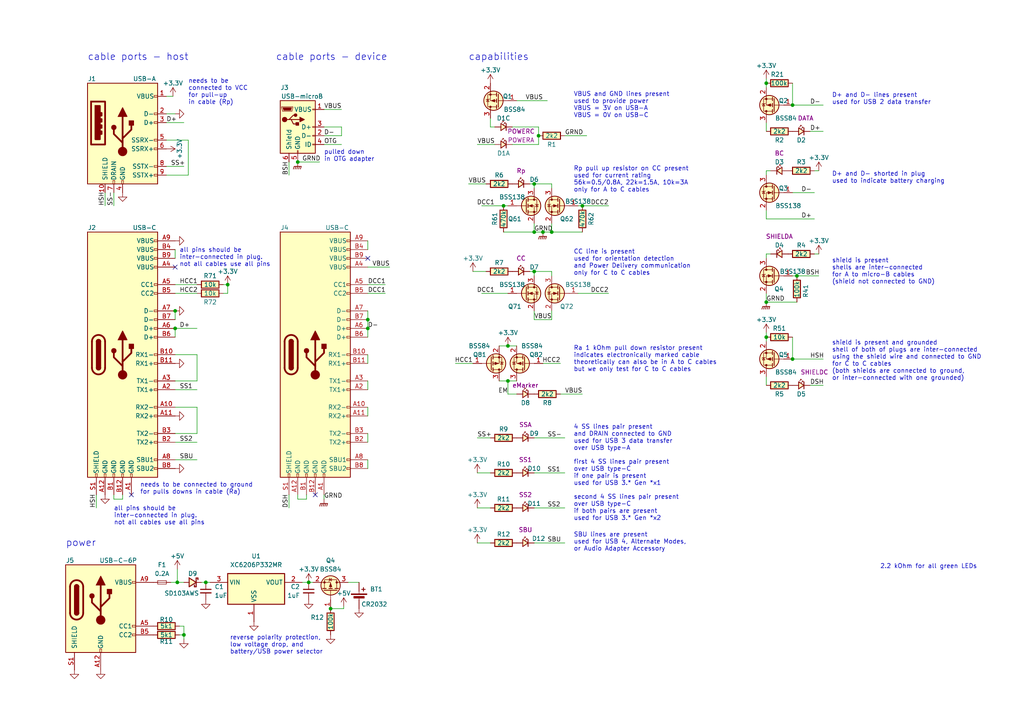
<source format=kicad_sch>
(kicad_sch (version 20230121) (generator eeschema)

  (uuid 43fc3289-82a7-492c-a423-3030e10115dc)

  (paper "A4")

  (title_block
    (title "USB micro-B & C cable tester")
    (date "$date$")
    (rev "$version$.$revision$")
    (company "CuVoodoo")
    (comment 1 "King Kévin")
    (comment 2 "CERN-OHL-S")
  )

  

  (junction (at 154.94 78.74) (diameter 0) (color 0 0 0 0)
    (uuid 082aa935-f96c-4fac-a94e-bfc0db31abc3)
  )
  (junction (at 227.965 -97.79) (diameter 0) (color 0 0 0 0)
    (uuid 094cc069-0dde-4aba-a778-89d489120c2f)
  )
  (junction (at 222.25 87.63) (diameter 0) (color 0 0 0 0)
    (uuid 114cf4f5-454e-4c2d-8fd9-ca6a1200b512)
  )
  (junction (at 51.435 168.91) (diameter 0) (color 0 0 0 0)
    (uuid 289bcc37-a2ae-4e9d-a36e-2ddfa80a52bd)
  )
  (junction (at 50.8 95.25) (diameter 0) (color 0 0 0 0)
    (uuid 2ada3069-cd3c-48a7-9019-e79d40b021e2)
  )
  (junction (at 156.21 39.37) (diameter 0) (color 0 0 0 0)
    (uuid 320633b7-6aab-4313-9cb5-a8cd9ac6638b)
  )
  (junction (at 106.68 92.71) (diameter 0) (color 0 0 0 0)
    (uuid 38325c4b-7b2d-4445-929f-d74b79f81a3b)
  )
  (junction (at 147.32 110.49) (diameter 0) (color 0 0 0 0)
    (uuid 3ff511c9-304a-4036-b9e0-f031e5f8be54)
  )
  (junction (at 146.05 59.69) (diameter 0) (color 0 0 0 0)
    (uuid 44807466-4b0c-4c8e-9c95-f4efccdecc2c)
  )
  (junction (at 168.91 59.69) (diameter 0) (color 0 0 0 0)
    (uuid 45e269c3-58e2-40d4-bed7-2357c922264d)
  )
  (junction (at 225.425 -97.79) (diameter 0) (color 0 0 0 0)
    (uuid 48b77f50-b46a-4617-854c-c3021b52473c)
  )
  (junction (at 106.045 -101.6) (diameter 0) (color 0 0 0 0)
    (uuid 48d168e6-d9df-474c-9649-45be1af4db68)
  )
  (junction (at 50.8 90.17) (diameter 0) (color 0 0 0 0)
    (uuid 4ad7b43c-6063-4e0d-970c-0dc58650620a)
  )
  (junction (at 221.615 -54.61) (diameter 0) (color 0 0 0 0)
    (uuid 4c174b0b-0683-41a7-b096-debdf43f1f24)
  )
  (junction (at 89.535 168.91) (diameter 0) (color 0 0 0 0)
    (uuid 4efa48bb-5e16-49ed-bf8c-8e0b7c145c8f)
  )
  (junction (at 154.94 53.34) (diameter 0) (color 0 0 0 0)
    (uuid 510b3b03-5c3d-49c6-84c8-f733d93dc337)
  )
  (junction (at 229.87 104.14) (diameter 0) (color 0 0 0 0)
    (uuid 5c0fe774-6a30-4fa1-8f74-cb1ff77ca8d6)
  )
  (junction (at 224.155 -54.61) (diameter 0) (color 0 0 0 0)
    (uuid 5c4a0452-a686-472b-b3bf-faeac594ecee)
  )
  (junction (at 106.68 95.25) (diameter 0) (color 0 0 0 0)
    (uuid 641e6e88-5844-4728-927a-79785e811fcc)
  )
  (junction (at 219.075 -54.61) (diameter 0) (color 0 0 0 0)
    (uuid 765812bd-d117-4922-8537-85659796a7c8)
  )
  (junction (at 222.25 97.79) (diameter 0) (color 0 0 0 0)
    (uuid 78124097-7c11-445a-b5e2-ba6bc8852567)
  )
  (junction (at 66.04 82.55) (diameter 0) (color 0 0 0 0)
    (uuid 7eac2e92-2052-4211-a953-9f7ad719dc36)
  )
  (junction (at 147.32 100.33) (diameter 0) (color 0 0 0 0)
    (uuid 87153324-0e77-476a-b066-9c0a25f92d3a)
  )
  (junction (at 99.695 -52.07) (diameter 0) (color 0 0 0 0)
    (uuid 93178376-8523-4b93-9c91-cb59848fd00f)
  )
  (junction (at 157.48 67.31) (diameter 0) (color 0 0 0 0)
    (uuid a79bbd9f-2625-4190-b81a-f788b7b2dc06)
  )
  (junction (at 86.36 46.99) (diameter 0) (color 0 0 0 0)
    (uuid a8ab3967-ee50-4de8-b6e3-d4b3f5606719)
  )
  (junction (at 160.02 67.31) (diameter 0) (color 0 0 0 0)
    (uuid aee5bd8c-a9df-4604-a7ea-84005c030e91)
  )
  (junction (at 229.87 30.48) (diameter 0) (color 0 0 0 0)
    (uuid b2234ca7-5ecb-4d0c-8f4d-504763437e2e)
  )
  (junction (at 53.34 184.15) (diameter 0) (color 0 0 0 0)
    (uuid c5915283-e7bb-4980-a491-c2d1f975a3f9)
  )
  (junction (at 222.25 24.13) (diameter 0) (color 0 0 0 0)
    (uuid c75f90bf-36c3-4138-bcb1-d0b6a4832261)
  )
  (junction (at 95.885 176.53) (diameter 0) (color 0 0 0 0)
    (uuid c95a8c6c-559c-4040-948a-41731eb1e11d)
  )
  (junction (at 231.14 80.01) (diameter 0) (color 0 0 0 0)
    (uuid c9f4ad24-285c-4a97-ade1-2d97fa081726)
  )
  (junction (at 59.69 168.91) (diameter 0) (color 0 0 0 0)
    (uuid d1684b2f-e11f-4216-9ecb-f3029b2eb058)
  )
  (junction (at 230.505 -97.79) (diameter 0) (color 0 0 0 0)
    (uuid e58b835d-ee88-48c6-a63e-466334a9579e)
  )
  (junction (at 154.94 67.31) (diameter 0) (color 0 0 0 0)
    (uuid ffcefbae-0f02-430e-bdab-d92fccb43170)
  )

  (no_connect (at 117.475 -57.15) (uuid 01075280-cdc7-407f-8227-a50fff4ddaeb))
  (no_connect (at 38.1 143.51) (uuid 11c8a2c8-0c1a-4b3a-b00c-44f8d0d9be1c))
  (no_connect (at 114.935 -57.15) (uuid 1ae05cc8-05bc-4f52-8370-83bd0de7aadc))
  (no_connect (at 239.395 -57.15) (uuid 4571c7a2-a482-44e2-9148-f43d1d6201fd))
  (no_connect (at 231.775 -57.15) (uuid 6c8f62a2-1b1b-4368-9892-642865d1efc9))
  (no_connect (at 50.8 77.47) (uuid 917fd447-d502-43b5-ba06-2d93c87d9aca))
  (no_connect (at 106.68 74.93) (uuid 99833234-fd1f-4078-abc9-10d5f4cd7c79))
  (no_connect (at 91.44 143.51) (uuid b53b8de6-a94a-4f26-869c-90a4f017bdb7))
  (no_connect (at 112.395 -57.15) (uuid b81fa008-5c23-49c8-98b1-1baa2704f49e))

  (wire (pts (xy 202.565 -85.09) (xy 200.025 -85.09))
    (stroke (width 0) (type default))
    (uuid 00394504-34cc-4b05-871f-112c319bec8c)
  )
  (wire (pts (xy 75.565 -72.39) (xy 80.645 -72.39))
    (stroke (width 0) (type default))
    (uuid 013e7db9-6b5a-483b-887a-d318f22a3f87)
  )
  (wire (pts (xy 227.965 -95.25) (xy 227.965 -97.79))
    (stroke (width 0) (type default))
    (uuid 01d33434-1d8f-4d95-93aa-e0899ba7f044)
  )
  (wire (pts (xy 222.25 35.56) (xy 222.25 38.1))
    (stroke (width 0) (type default))
    (uuid 03ae0c04-1185-433a-bed2-1f5f93af1cf0)
  )
  (wire (pts (xy 138.43 147.32) (xy 142.24 147.32))
    (stroke (width 0) (type default))
    (uuid 058e850f-bd6d-484f-a2d3-684e7cb0f56e)
  )
  (wire (pts (xy 138.43 137.16) (xy 142.24 137.16))
    (stroke (width 0) (type default))
    (uuid 05fee8af-2768-4178-b236-e33bd2b7a542)
  )
  (wire (pts (xy 221.615 -54.61) (xy 224.155 -54.61))
    (stroke (width 0) (type default))
    (uuid 06551a62-22d0-4cf7-a685-20d29f0ee366)
  )
  (wire (pts (xy 154.94 53.34) (xy 154.94 54.61))
    (stroke (width 0) (type default))
    (uuid 072d5a3f-0713-40fd-ac6d-c1e2cc1bfe9e)
  )
  (wire (pts (xy 233.045 -95.25) (xy 233.045 -97.79))
    (stroke (width 0) (type default))
    (uuid 07ae9e0d-a655-4c2c-9509-2d682e8d08e4)
  )
  (wire (pts (xy 59.69 168.91) (xy 58.42 168.91))
    (stroke (width 0) (type default))
    (uuid 0854a6ae-12d7-4046-ba98-508b5ed4711d)
  )
  (wire (pts (xy 255.905 -72.39) (xy 263.017 -72.39))
    (stroke (width 0) (type default))
    (uuid 08fb1ea6-f6d7-4966-899e-8efd60ccdc4f)
  )
  (wire (pts (xy 233.045 -97.79) (xy 230.505 -97.79))
    (stroke (width 0) (type default))
    (uuid 0b65d577-e1ca-4eba-89b3-0d3bc87798b1)
  )
  (wire (pts (xy 202.565 -80.01) (xy 193.675 -80.01))
    (stroke (width 0) (type default))
    (uuid 1165a0b6-7787-478d-95ba-03a8f7732187)
  )
  (wire (pts (xy 97.155 -57.15) (xy 97.155 -54.61))
    (stroke (width 0) (type default))
    (uuid 125223ec-1127-4b84-9f9f-b961dccedc83)
  )
  (wire (pts (xy 151.765 -74.93) (xy 155.575 -74.93))
    (stroke (width 0) (type default))
    (uuid 12ef829c-4f76-47a8-8860-b66af673d45b)
  )
  (wire (pts (xy 99.695 -52.07) (xy 99.695 -57.15))
    (stroke (width 0) (type default))
    (uuid 13c071e5-c0d5-487c-a5b6-f04f54582766)
  )
  (wire (pts (xy 230.505 -97.79) (xy 227.965 -97.79))
    (stroke (width 0) (type default))
    (uuid 14394945-26d4-4b46-a133-3a5844bba408)
  )
  (wire (pts (xy 50.8 82.55) (xy 57.15 82.55))
    (stroke (width 0) (type default))
    (uuid 14a61830-a612-4117-b457-2a76441d5cf1)
  )
  (wire (pts (xy 236.855 -52.07) (xy 242.951 -52.07))
    (stroke (width 0) (type default))
    (uuid 14b08297-4149-4361-9beb-637a439a550b)
  )
  (wire (pts (xy 50.8 102.87) (xy 57.15 102.87))
    (stroke (width 0) (type default))
    (uuid 17393f54-8d89-4681-87c6-c8c3732d43d0)
  )
  (wire (pts (xy 193.675 -80.01) (xy 193.675 -77.47))
    (stroke (width 0) (type default))
    (uuid 174d91fd-48ac-4a2f-b617-d49124a1d251)
  )
  (wire (pts (xy 183.515 -85.09) (xy 183.515 -82.55))
    (stroke (width 0) (type default))
    (uuid 180a13b7-977e-4766-a97f-fe66e57daed3)
  )
  (wire (pts (xy 219.075 -53.34) (xy 219.075 -54.61))
    (stroke (width 0) (type default))
    (uuid 187ae2dc-1c24-4d99-bca8-dffc0f352016)
  )
  (wire (pts (xy 50.8 90.17) (xy 50.8 92.71))
    (stroke (width 0) (type default))
    (uuid 19383488-8f2c-4680-bfc4-960f29172843)
  )
  (wire (pts (xy 93.98 31.75) (xy 99.06 31.75))
    (stroke (width 0) (type default))
    (uuid 1b3d8cba-814d-447d-842c-06b4e6264ca8)
  )
  (wire (pts (xy 50.8 72.39) (xy 50.8 74.93))
    (stroke (width 0) (type default))
    (uuid 1c007509-5ca4-434b-9494-4bb3da8d138b)
  )
  (wire (pts (xy 176.53 59.69) (xy 168.91 59.69))
    (stroke (width 0) (type default))
    (uuid 1f4a857f-72f9-4545-b8aa-ea2deb9157df)
  )
  (wire (pts (xy 106.68 77.47) (xy 113.03 77.47))
    (stroke (width 0) (type default))
    (uuid 25ba62a8-67d7-4d32-af6c-c3ba9e5a4cd9)
  )
  (wire (pts (xy 109.855 -57.15) (xy 109.855 -52.07))
    (stroke (width 0) (type default))
    (uuid 25d66bc3-ae01-49d8-b493-e51daf90e977)
  )
  (wire (pts (xy 54.61 40.64) (xy 54.61 50.8))
    (stroke (width 0) (type default))
    (uuid 276991ca-0fcb-49e0-9cb6-8a98d177d540)
  )
  (wire (pts (xy 50.8 95.25) (xy 50.8 97.79))
    (stroke (width 0) (type default))
    (uuid 27dce9a7-a1bb-43b3-bdd3-e8bdd0c9adc3)
  )
  (wire (pts (xy 139.7 85.09) (xy 147.32 85.09))
    (stroke (width 0) (type default))
    (uuid 28336525-ddf2-4a17-9a82-55effe586d1b)
  )
  (wire (pts (xy 50.8 125.73) (xy 57.15 125.73))
    (stroke (width 0) (type default))
    (uuid 28435c57-d9c5-450e-84f2-cab7b4bedfbd)
  )
  (wire (pts (xy 222.25 73.66) (xy 222.25 74.93))
    (stroke (width 0) (type default))
    (uuid 29542f16-92ba-4632-b7d9-c180854aad16)
  )
  (wire (pts (xy 57.15 102.87) (xy 57.15 110.49))
    (stroke (width 0) (type default))
    (uuid 2a63d8d2-dbba-4324-810b-442a38a8fd80)
  )
  (wire (pts (xy 147.32 110.49) (xy 147.32 114.3))
    (stroke (width 0) (type default))
    (uuid 2bc0253f-40c4-40e9-bfa1-d93cb43f7955)
  )
  (wire (pts (xy 111.125 -97.79) (xy 111.125 -95.25))
    (stroke (width 0) (type default))
    (uuid 2be7981e-bafc-422d-b01f-b83345815b3a)
  )
  (wire (pts (xy 140.97 78.74) (xy 137.16 78.74))
    (stroke (width 0) (type default))
    (uuid 2d9d00e6-6243-49ff-bcd1-f51a1d130fb2)
  )
  (wire (pts (xy 106.68 82.55) (xy 111.76 82.55))
    (stroke (width 0) (type default))
    (uuid 2edff2cd-65d3-44e0-9bd6-2b33ccc55dd6)
  )
  (wire (pts (xy 154.94 53.34) (xy 153.67 53.34))
    (stroke (width 0) (type default))
    (uuid 2ee25c37-cb0a-49c9-b9f7-9c802d932e77)
  )
  (wire (pts (xy 50.8 133.35) (xy 57.15 133.35))
    (stroke (width 0) (type default))
    (uuid 30d8a70d-0e85-4b8a-9f44-723dac79baaf)
  )
  (wire (pts (xy 102.235 -52.07) (xy 99.695 -52.07))
    (stroke (width 0) (type default))
    (uuid 3482918a-c15c-4dea-b129-bdfe0b76fd20)
  )
  (wire (pts (xy 66.04 85.09) (xy 64.77 85.09))
    (stroke (width 0) (type default))
    (uuid 350f542a-9da6-44b8-9b74-0a8c4695df70)
  )
  (wire (pts (xy 154.94 78.74) (xy 153.67 78.74))
    (stroke (width 0) (type default))
    (uuid 36d491bc-9825-4285-8078-3084eb011ddb)
  )
  (wire (pts (xy 133.985 -77.47) (xy 144.145 -77.47))
    (stroke (width 0) (type default))
    (uuid 3724c2f7-52ee-434d-9dd4-5a9289d5db52)
  )
  (wire (pts (xy 168.91 67.31) (xy 160.02 67.31))
    (stroke (width 0) (type default))
    (uuid 374406ef-41b7-4178-b3a8-2124ee97d416)
  )
  (wire (pts (xy 229.87 55.88) (xy 236.22 55.88))
    (stroke (width 0) (type default))
    (uuid 38259cc8-e65c-4845-ad54-4507507fa530)
  )
  (wire (pts (xy 59.69 168.91) (xy 60.96 168.91))
    (stroke (width 0) (type default))
    (uuid 385b7ef5-f9b4-44fa-a4d6-5212e5fd1dee)
  )
  (wire (pts (xy 222.25 63.5) (xy 236.22 63.5))
    (stroke (width 0) (type default))
    (uuid 39a8657b-649f-4184-ab31-d92215be3f01)
  )
  (wire (pts (xy 154.94 147.32) (xy 163.83 147.32))
    (stroke (width 0) (type default))
    (uuid 3a2cce50-bef9-4eb4-a2b5-073a30e2f796)
  )
  (wire (pts (xy 106.68 95.25) (xy 106.68 97.79))
    (stroke (width 0) (type default))
    (uuid 3bc1aa1d-85bf-4cd2-bb93-2956dd892c01)
  )
  (wire (pts (xy 227.965 -97.79) (xy 225.425 -97.79))
    (stroke (width 0) (type default))
    (uuid 3e010980-c6f7-4737-ad44-621f8abfc5fd)
  )
  (wire (pts (xy 108.585 -95.25) (xy 108.585 -101.6))
    (stroke (width 0) (type default))
    (uuid 41885bea-6268-4646-bb31-32034656f824)
  )
  (wire (pts (xy 236.855 -57.15) (xy 236.855 -52.07))
    (stroke (width 0) (type default))
    (uuid 4397abbc-de35-4aa8-8d4e-dc48825208ad)
  )
  (wire (pts (xy 221.615 -54.61) (xy 221.615 -57.15))
    (stroke (width 0) (type default))
    (uuid 43b351dc-f70a-49e5-9e39-ad0c08ceb53c)
  )
  (wire (pts (xy 147.32 100.33) (xy 144.78 100.33))
    (stroke (width 0) (type default))
    (uuid 44560fd2-40ea-4d36-be0f-9cfc78fabc22)
  )
  (wire (pts (xy 142.24 36.83) (xy 143.51 36.83))
    (stroke (width 0) (type default))
    (uuid 4488f2aa-fb2c-4e47-a4c6-4889c00b9d3a)
  )
  (wire (pts (xy 51.435 168.91) (xy 49.53 168.91))
    (stroke (width 0) (type default))
    (uuid 4575c344-5b70-487b-b3ec-8ec49faf2757)
  )
  (wire (pts (xy 167.64 85.09) (xy 176.53 85.09))
    (stroke (width 0) (type default))
    (uuid 4602c891-3460-4180-8864-1397057f9c11)
  )
  (wire (pts (xy 90.805 168.91) (xy 89.535 168.91))
    (stroke (width 0) (type default))
    (uuid 460a103e-a1a6-42a0-8f52-da655e48ae48)
  )
  (wire (pts (xy 35.56 144.78) (xy 33.02 144.78))
    (stroke (width 0) (type default))
    (uuid 492f300c-e022-4abe-92d9-b7b3b3a0a92d)
  )
  (wire (pts (xy 164.465 -74.93) (xy 164.465 -78.74))
    (stroke (width 0) (type default))
    (uuid 4a935d4e-b43a-432b-8c69-7e4dc675e861)
  )
  (wire (pts (xy 86.36 144.78) (xy 88.9 144.78))
    (stroke (width 0) (type default))
    (uuid 4afdc314-191d-468c-b509-15f55a4b57f9)
  )
  (wire (pts (xy 86.36 143.51) (xy 86.36 144.78))
    (stroke (width 0) (type default))
    (uuid 4bc93508-6d68-46cf-a800-6e0eda1ec42d)
  )
  (wire (pts (xy 258.445 -67.31) (xy 255.905 -67.31))
    (stroke (width 0) (type default))
    (uuid 4cea7f86-149e-4623-88b3-fa1541358e4a)
  )
  (wire (pts (xy 229.87 97.79) (xy 229.87 104.14))
    (stroke (width 0) (type default))
    (uuid 4d53ace4-9877-42b1-a895-0153b95952c3)
  )
  (wire (pts (xy 104.775 -57.15) (xy 104.775 -54.61))
    (stroke (width 0) (type default))
    (uuid 4dce8ead-04de-433d-a58a-47fc8ebb7f41)
  )
  (wire (pts (xy 222.25 109.22) (xy 222.25 111.76))
    (stroke (width 0) (type default))
    (uuid 4e4dd450-88d6-441a-826f-f929a95f5692)
  )
  (wire (pts (xy 222.25 24.13) (xy 222.25 25.4))
    (stroke (width 0) (type default))
    (uuid 4eefa2e8-44d8-4d95-85d9-cb89f2fc5724)
  )
  (wire (pts (xy 202.565 -82.55) (xy 183.515 -82.55))
    (stroke (width 0) (type default))
    (uuid 4f35197a-e278-4822-9b31-da0ae7eee87c)
  )
  (wire (pts (xy 93.98 143.51) (xy 93.98 144.78))
    (stroke (width 0) (type default))
    (uuid 50573c3e-57bc-4f1d-afbb-6d1d89e7bfe9)
  )
  (wire (pts (xy 66.04 82.55) (xy 66.04 85.09))
    (stroke (width 0) (type default))
    (uuid 50c12728-5eb8-4214-a861-2aa6376182c7)
  )
  (wire (pts (xy 103.505 -97.79) (xy 111.125 -97.79))
    (stroke (width 0) (type default))
    (uuid 5190f7e8-0010-401e-a833-eed8119860eb)
  )
  (wire (pts (xy 258.445 -85.09) (xy 258.445 -82.55))
    (stroke (width 0) (type default))
    (uuid 52bf7fc4-cd4c-46c6-b06f-f12f57a805d4)
  )
  (wire (pts (xy 50.8 33.02) (xy 48.26 33.02))
    (stroke (width 0) (type default))
    (uuid 557b3ac7-d37b-44b6-b774-4f17256ac04d)
  )
  (wire (pts (xy 226.695 -54.61) (xy 226.695 -57.15))
    (stroke (width 0) (type default))
    (uuid 55c56bf1-9f05-4036-896c-0fedd6829315)
  )
  (wire (pts (xy 146.05 67.31) (xy 154.94 67.31))
    (stroke (width 0) (type default))
    (uuid 57cc2b4c-797f-4508-912e-4670ad5b41b1)
  )
  (wire (pts (xy 229.87 104.14) (xy 238.76 104.14))
    (stroke (width 0) (type default))
    (uuid 590b9cc0-1a6d-4baa-94b1-e75f9d080016)
  )
  (wire (pts (xy 53.34 168.91) (xy 51.435 168.91))
    (stroke (width 0) (type default))
    (uuid 5a8fc1a5-1ab4-4f1e-a0f4-8552978c1b5a)
  )
  (wire (pts (xy 57.15 118.11) (xy 57.15 125.73))
    (stroke (width 0) (type default))
    (uuid 5bb1aeb5-86d9-452a-9d37-2271843ef1df)
  )
  (wire (pts (xy 53.34 184.15) (xy 52.07 184.15))
    (stroke (width 0) (type default))
    (uuid 5d896b93-393f-4443-88a8-919923b43e9d)
  )
  (wire (pts (xy 154.94 137.16) (xy 163.83 137.16))
    (stroke (width 0) (type default))
    (uuid 5e17f6da-9ba0-42b4-84ea-3b0f1b83cdaf)
  )
  (wire (pts (xy 133.985 -74.93) (xy 144.145 -74.93))
    (stroke (width 0) (type default))
    (uuid 605c78fe-41b2-4d78-a157-b112577f2e3d)
  )
  (wire (pts (xy 33.02 55.88) (xy 33.02 59.69))
    (stroke (width 0) (type default))
    (uuid 613978bd-aba7-4a8c-9843-0b80ebfbb55c)
  )
  (wire (pts (xy 57.15 110.49) (xy 50.8 110.49))
    (stroke (width 0) (type default))
    (uuid 619b85e1-223a-42fa-b695-22ab0f293dbd)
  )
  (wire (pts (xy 53.34 181.61) (xy 53.34 184.15))
    (stroke (width 0) (type default))
    (uuid 6336be03-e1ae-464f-a17e-2ed4288953f6)
  )
  (wire (pts (xy 146.05 59.69) (xy 139.7 59.69))
    (stroke (width 0) (type default))
    (uuid 63d589ba-6307-4aa1-9171-d9bbcc64bedd)
  )
  (wire (pts (xy 86.36 46.99) (xy 92.71 46.99))
    (stroke (width 0) (type default))
    (uuid 65a90dfb-42d1-4f3e-80b6-95f1b2fb6d8e)
  )
  (wire (pts (xy 87.63 168.91) (xy 89.535 168.91))
    (stroke (width 0) (type default))
    (uuid 698dc69b-6fad-41bc-adba-5eb212d77878)
  )
  (wire (pts (xy 229.87 24.13) (xy 229.87 30.48))
    (stroke (width 0) (type default))
    (uuid 69dcc655-1d5f-4e01-8bbe-bfae82dab7e4)
  )
  (wire (pts (xy 144.78 110.49) (xy 147.32 110.49))
    (stroke (width 0) (type default))
    (uuid 6bb57519-bbbb-4ad6-9a85-9749d45c5a88)
  )
  (wire (pts (xy 106.68 118.11) (xy 106.68 120.65))
    (stroke (width 0) (type default))
    (uuid 6bc07b76-91ad-4ae8-a042-4b2aa7b61496)
  )
  (wire (pts (xy 142.24 36.83) (xy 142.24 34.29))
    (stroke (width 0) (type default))
    (uuid 6f7597af-f205-445a-a89e-d85794779281)
  )
  (wire (pts (xy 154.94 127) (xy 163.83 127))
    (stroke (width 0) (type default))
    (uuid 6f94f23a-195f-4579-86a2-160920916b68)
  )
  (wire (pts (xy 135.89 53.34) (xy 140.97 53.34))
    (stroke (width 0) (type default))
    (uuid 6fcd7c90-5325-4638-af05-636b06692647)
  )
  (wire (pts (xy 225.425 -97.79) (xy 225.425 -95.25))
    (stroke (width 0) (type default))
    (uuid 6ff12004-fc78-4a44-8763-1d7fe51f5c1d)
  )
  (wire (pts (xy 33.02 144.78) (xy 33.02 143.51))
    (stroke (width 0) (type default))
    (uuid 7119b70d-44c7-403d-a5b3-b08799f4ed8d)
  )
  (wire (pts (xy 106.045 -101.6) (xy 102.235 -101.6))
    (stroke (width 0) (type default))
    (uuid 71877f90-467b-4007-96a5-8c8f03c0794f)
  )
  (wire (pts (xy 48.26 50.8) (xy 54.61 50.8))
    (stroke (width 0) (type default))
    (uuid 718a391c-e4c7-4726-85f0-5d8732eb97a3)
  )
  (wire (pts (xy 50.165 27.94) (xy 48.26 27.94))
    (stroke (width 0) (type default))
    (uuid 73c4b4dd-99fb-42ac-bb45-ec2612e43b98)
  )
  (wire (pts (xy 224.155 -54.61) (xy 226.695 -54.61))
    (stroke (width 0) (type default))
    (uuid 73ec2a44-7945-435e-93b1-7561ffe575a4)
  )
  (wire (pts (xy 30.48 55.88) (xy 30.48 59.69))
    (stroke (width 0) (type default))
    (uuid 7417873a-4962-4340-b911-04c464b66a1c)
  )
  (wire (pts (xy 88.9 144.78) (xy 88.9 143.51))
    (stroke (width 0) (type default))
    (uuid 75b01801-04b5-4676-b9aa-f559061d0919)
  )
  (wire (pts (xy 229.87 80.01) (xy 231.14 80.01))
    (stroke (width 0) (type default))
    (uuid 761713d5-4675-4590-a3f0-800a12bed9ab)
  )
  (wire (pts (xy 182.245 -72.39) (xy 192.405 -72.39))
    (stroke (width 0) (type default))
    (uuid 76984340-429b-4ab4-8fd0-d1c87978ac53)
  )
  (wire (pts (xy 202.565 -69.85) (xy 200.025 -69.85))
    (stroke (width 0) (type default))
    (uuid 7918f16b-b5fd-4e72-889d-be35245d86f2)
  )
  (wire (pts (xy 200.025 -69.85) (xy 200.025 -67.31))
    (stroke (width 0) (type default))
    (uuid 7ba3bfbf-b91b-4152-bb06-e08db243e343)
  )
  (wire (pts (xy 200.025 -72.39) (xy 202.565 -72.39))
    (stroke (width 0) (type default))
    (uuid 7bb7bbf7-b616-43a7-b0ef-a0af7365118e)
  )
  (wire (pts (xy 93.98 41.91) (xy 99.06 41.91))
    (stroke (width 0) (type default))
    (uuid 7c6e5df9-d1ac-467d-946f-4d26e22f8bf4)
  )
  (wire (pts (xy 133.985 -67.31) (xy 140.335 -67.31))
    (stroke (width 0) (type default))
    (uuid 7d0d6719-1468-4b39-8d3c-3441179b9a82)
  )
  (wire (pts (xy 219.075 -54.61) (xy 219.075 -57.15))
    (stroke (width 0) (type default))
    (uuid 7e5a04b8-3c84-41fa-9eaf-7a1c65a2c831)
  )
  (wire (pts (xy 53.34 185.42) (xy 53.34 184.15))
    (stroke (width 0) (type default))
    (uuid 7fbfa2ba-5823-4390-86dd-3318b333b179)
  )
  (wire (pts (xy 106.68 110.49) (xy 106.68 113.03))
    (stroke (width 0) (type default))
    (uuid 7fc10c45-631a-4625-b696-d086d3d46ffd)
  )
  (wire (pts (xy 106.68 125.73) (xy 106.68 128.27))
    (stroke (width 0) (type default))
    (uuid 820d89b7-f4ed-4b99-af00-4c79bdfc8dd1)
  )
  (wire (pts (xy 230.505 -95.25) (xy 230.505 -97.79))
    (stroke (width 0) (type default))
    (uuid 829259b2-e43b-4aaf-b28b-279fae5a794a)
  )
  (wire (pts (xy 109.855 -52.07) (xy 115.951 -52.07))
    (stroke (width 0) (type default))
    (uuid 8490f34c-5980-4471-a09f-f0016b0475e9)
  )
  (wire (pts (xy 48.26 35.56) (xy 53.34 35.56))
    (stroke (width 0) (type default))
    (uuid 853c4993-5d75-4514-a7ea-a9cf8141e9d3)
  )
  (wire (pts (xy 106.68 92.71) (xy 106.68 95.25))
    (stroke (width 0) (type default))
    (uuid 853dcbed-361f-4955-91bb-252d075e1ccb)
  )
  (wire (pts (xy 104.14 168.91) (xy 100.965 168.91))
    (stroke (width 0) (type default))
    (uuid 85817ea5-bc29-42f3-8c4f-8a8e52bb79f2)
  )
  (wire (pts (xy 75.565 -77.47) (xy 80.645 -77.47))
    (stroke (width 0) (type default))
    (uuid 85bb8684-bf26-4e51-a85b-4f9567719395)
  )
  (wire (pts (xy 154.94 78.74) (xy 154.94 80.01))
    (stroke (width 0) (type default))
    (uuid 87d03ec3-8bca-4079-8e76-19e9514197a7)
  )
  (wire (pts (xy 52.07 181.61) (xy 53.34 181.61))
    (stroke (width 0) (type default))
    (uuid 89ecc412-1e84-405d-b53a-83e57378cf30)
  )
  (wire (pts (xy 255.905 -69.85) (xy 258.445 -69.85))
    (stroke (width 0) (type default))
    (uuid 8cf81da6-e931-4a30-ab0b-98749f5f0765)
  )
  (wire (pts (xy 51.435 165.1) (xy 51.435 168.91))
    (stroke (width 0) (type default))
    (uuid 8e843094-2823-4089-a680-aa556895e059)
  )
  (wire (pts (xy 222.25 63.5) (xy 222.25 60.96))
    (stroke (width 0) (type default))
    (uuid 8f25a14d-9fe5-485e-8b87-3dc122c8315a)
  )
  (wire (pts (xy 222.25 22.86) (xy 222.25 24.13))
    (stroke (width 0) (type default))
    (uuid 8f4ba3e1-7b1a-41bd-a08d-0f2d9392d313)
  )
  (wire (pts (xy 160.02 90.17) (xy 160.02 92.71))
    (stroke (width 0) (type default))
    (uuid 9265cf46-795e-4f3c-ba29-1b800506b1e0)
  )
  (wire (pts (xy 222.25 49.53) (xy 223.52 49.53))
    (stroke (width 0) (type default))
    (uuid 952cb0db-64bb-4d56-8bc1-2aec04deceec)
  )
  (wire (pts (xy 229.87 30.48) (xy 238.76 30.48))
    (stroke (width 0) (type default))
    (uuid 969a5ab6-7ce0-4053-a507-48450d62e7ca)
  )
  (wire (pts (xy 99.695 176.53) (xy 99.695 175.895))
    (stroke (width 0) (type default))
    (uuid 97937882-ebe1-44c3-b975-91a9491b2c66)
  )
  (wire (pts (xy 156.21 39.37) (xy 156.21 41.91))
    (stroke (width 0) (type default))
    (uuid 985d2170-d00c-47e9-8fd1-fa4e153f5b2f)
  )
  (wire (pts (xy 200.025 -67.31) (xy 202.565 -67.31))
    (stroke (width 0) (type default))
    (uuid 9929c9b1-5800-4c49-9143-97e2e62594fd)
  )
  (wire (pts (xy 133.985 -72.39) (xy 149.225 -72.39))
    (stroke (width 0) (type default))
    (uuid 998a7600-2d50-4bb7-98f2-bd07834e8e87)
  )
  (wire (pts (xy 160.02 78.74) (xy 160.02 80.01))
    (stroke (width 0) (type default))
    (uuid 9c54c110-e790-4224-b881-03784f1bbe30)
  )
  (wire (pts (xy 255.905 -85.09) (xy 258.445 -85.09))
    (stroke (width 0) (type default))
    (uuid a034e1cb-77ba-4978-99c4-0577d4346235)
  )
  (wire (pts (xy 154.94 53.34) (xy 160.02 53.34))
    (stroke (width 0) (type default))
    (uuid a0d5e9b8-e1c7-458b-81dd-edf58b7d8dca)
  )
  (wire (pts (xy 222.25 49.53) (xy 222.25 50.8))
    (stroke (width 0) (type default))
    (uuid a47a528f-840b-49c8-b178-7ed4792a562e)
  )
  (wire (pts (xy 97.155 -54.61) (xy 104.775 -54.61))
    (stroke (width 0) (type default))
    (uuid a4dbec75-ff5f-47df-8258-184a9ba0f9a8)
  )
  (wire (pts (xy 62.865 -101.6) (xy 62.865 -52.07))
    (stroke (width 0) (type default))
    (uuid a51a5605-8d82-440a-9eeb-03e52d895d34)
  )
  (wire (pts (xy 50.8 113.03) (xy 57.15 113.03))
    (stroke (width 0) (type default))
    (uuid a5af42de-eb8f-4bc2-8fee-f95ab3984031)
  )
  (wire (pts (xy 222.25 73.66) (xy 223.52 73.66))
    (stroke (width 0) (type default))
    (uuid a5dd78ae-b3a0-4ae5-8da2-43a8651f15d5)
  )
  (wire (pts (xy 50.8 128.27) (xy 57.15 128.27))
    (stroke (width 0) (type default))
    (uuid a5fc5169-e55c-4f7d-bb78-9a2f738c0734)
  )
  (wire (pts (xy 133.985 -80.01) (xy 140.335 -80.01))
    (stroke (width 0) (type default))
    (uuid a6ad6e66-927a-431b-8cdc-d0f647786ede)
  )
  (wire (pts (xy 160.655 -74.93) (xy 164.465 -74.93))
    (stroke (width 0) (type default))
    (uuid a6d88730-fdb2-40f8-9a25-a1d7cabd8352)
  )
  (wire (pts (xy 73.025 -67.31) (xy 80.645 -67.31))
    (stroke (width 0) (type default))
    (uuid a95beed2-1b9d-45cf-bd06-c6b4079d4a39)
  )
  (wire (pts (xy 162.56 105.41) (xy 157.48 105.41))
    (stroke (width 0) (type default))
    (uuid aa52df66-cd92-4c74-b4c8-f3ad90c6c976)
  )
  (wire (pts (xy 138.43 127) (xy 142.24 127))
    (stroke (width 0) (type default))
    (uuid aaad0c1b-e20c-486f-9fae-b9ad39bba615)
  )
  (wire (pts (xy 139.065 -69.85) (xy 133.985 -69.85))
    (stroke (width 0) (type default))
    (uuid acf5ac71-c3f0-44aa-8d30-7658ac2c1491)
  )
  (wire (pts (xy 75.565 -74.93) (xy 80.645 -74.93))
    (stroke (width 0) (type default))
    (uuid ae8178f6-49c0-4cbf-b3f0-8bda4c99193d)
  )
  (wire (pts (xy 236.22 73.66) (xy 237.49 73.66))
    (stroke (width 0) (type default))
    (uuid b13fd832-9c84-47ea-a4d3-094a1b6d954f)
  )
  (wire (pts (xy 163.83 39.37) (xy 170.18 39.37))
    (stroke (width 0) (type default))
    (uuid b1893fdf-2553-4d6a-99f3-b769d63cd5d2)
  )
  (wire (pts (xy 156.21 41.91) (xy 148.59 41.91))
    (stroke (width 0) (type default))
    (uuid b21a262c-4ead-4fa8-a4cb-6bd41f1cc8de)
  )
  (wire (pts (xy 83.82 143.51) (xy 83.82 147.32))
    (stroke (width 0) (type default))
    (uuid b35fdec7-7e62-4f66-b766-4045ccb5b31c)
  )
  (wire (pts (xy 168.91 59.69) (xy 167.64 59.69))
    (stroke (width 0) (type default))
    (uuid b3e2cc72-3650-480a-ad16-a4004e82ee9a)
  )
  (wire (pts (xy 62.865 -52.07) (xy 99.695 -52.07))
    (stroke (width 0) (type default))
    (uuid b4732637-cb2b-4d5c-9cfc-29535994e600)
  )
  (wire (pts (xy 103.505 -95.25) (xy 103.505 -97.79))
    (stroke (width 0) (type default))
    (uuid b73dfed2-aca2-4d74-b5a5-79d7d7a8d2b7)
  )
  (wire (pts (xy 106.68 85.09) (xy 111.76 85.09))
    (stroke (width 0) (type default))
    (uuid b7c97a14-e816-4e0f-9559-b34e50f7ab13)
  )
  (wire (pts (xy 157.48 67.31) (xy 154.94 67.31))
    (stroke (width 0) (type default))
    (uuid b9b7a763-cb56-412e-8b61-18fe77bc1bbc)
  )
  (wire (pts (xy 27.94 143.51) (xy 27.94 147.32))
    (stroke (width 0) (type default))
    (uuid ba94c67a-b5be-4e8c-b7f1-1d5e1be46691)
  )
  (wire (pts (xy 149.86 29.21) (xy 158.75 29.21))
    (stroke (width 0) (type default))
    (uuid bab892d1-6823-4dc6-9248-046a33d57663)
  )
  (wire (pts (xy 106.045 -95.25) (xy 106.045 -101.6))
    (stroke (width 0) (type default))
    (uuid bd74b63a-b4a8-4bfa-90e5-8d31d9dfd76b)
  )
  (wire (pts (xy 236.22 49.53) (xy 237.49 49.53))
    (stroke (width 0) (type default))
    (uuid bebfb6ae-e273-420d-947a-398a4c09fcdb)
  )
  (wire (pts (xy 154.94 67.31) (xy 154.94 64.77))
    (stroke (width 0) (type default))
    (uuid bf00c5dd-3aa9-414f-a7a1-2fefb1ef3792)
  )
  (wire (pts (xy 133.985 -85.09) (xy 140.335 -85.09))
    (stroke (width 0) (type default))
    (uuid bf36ae81-4e75-40cb-929c-019862383417)
  )
  (wire (pts (xy 106.68 69.85) (xy 106.68 72.39))
    (stroke (width 0) (type default))
    (uuid c1dddb78-a316-4399-ab78-ea6ab2988d13)
  )
  (wire (pts (xy 50.8 85.09) (xy 57.15 85.09))
    (stroke (width 0) (type default))
    (uuid c1ec49d2-9934-4148-ae86-547b3d92f6fc)
  )
  (wire (pts (xy 160.02 53.34) (xy 160.02 54.61))
    (stroke (width 0) (type default))
    (uuid c228a186-dc68-4b96-9062-316496ded65b)
  )
  (wire (pts (xy 193.675 -77.47) (xy 182.245 -77.47))
    (stroke (width 0) (type default))
    (uuid c366864e-7b06-49fa-abd3-41e404b62dba)
  )
  (wire (pts (xy 231.14 80.01) (xy 237.49 80.01))
    (stroke (width 0) (type default))
    (uuid c3d0241b-4ad1-4c87-b433-364efacd603b)
  )
  (wire (pts (xy 168.91 114.3) (xy 162.56 114.3))
    (stroke (width 0) (type default))
    (uuid c4224f30-00a5-464f-93bd-ba0e40b8a09d)
  )
  (wire (pts (xy 148.59 36.83) (xy 156.21 36.83))
    (stroke (width 0) (type default))
    (uuid c5f994be-f438-4f80-bdc5-fce7555cb130)
  )
  (wire (pts (xy 154.94 92.71) (xy 160.02 92.71))
    (stroke (width 0) (type default))
    (uuid c68e4d33-03df-4ef6-810d-0592fdd2b519)
  )
  (wire (pts (xy 133.985 -82.55) (xy 142.875 -82.55))
    (stroke (width 0) (type default))
    (uuid c6bbb123-50de-4019-b952-76cbd425eb8d)
  )
  (wire (pts (xy 86.995 -101.6) (xy 62.865 -101.6))
    (stroke (width 0) (type default))
    (uuid cf640b7a-3e36-4528-9049-a9eb58926eac)
  )
  (wire (pts (xy 93.98 36.83) (xy 99.06 36.83))
    (stroke (width 0) (type default))
    (uuid cf7dbfbf-3365-45a7-a34b-1b88229cf79e)
  )
  (wire (pts (xy 106.68 102.87) (xy 106.68 105.41))
    (stroke (width 0) (type default))
    (uuid d1899288-440a-4af4-9556-fd48fb1220f0)
  )
  (wire (pts (xy 222.25 87.63) (xy 222.25 85.09))
    (stroke (width 0) (type default))
    (uuid d222dea9-29b3-47b4-8484-3897b8cb443c)
  )
  (wire (pts (xy 164.465 -78.74) (xy 144.145 -78.74))
    (stroke (width 0) (type default))
    (uuid d2489a62-79f5-4191-9538-43ce8dfa6b71)
  )
  (wire (pts (xy 157.48 67.31) (xy 160.02 67.31))
    (stroke (width 0) (type default))
    (uuid d2d2735f-ccb3-42d3-8ae5-202b009dbfef)
  )
  (wire (pts (xy 156.21 36.83) (xy 156.21 39.37))
    (stroke (width 0) (type default))
    (uuid d3af41d4-8e54-4b48-bc88-dc7cf3b4b6cc)
  )
  (wire (pts (xy 50.8 118.11) (xy 57.15 118.11))
    (stroke (width 0) (type default))
    (uuid d3e5d5bd-43b6-4521-b8d2-10f928a52895)
  )
  (wire (pts (xy 93.98 39.37) (xy 99.06 39.37))
    (stroke (width 0) (type default))
    (uuid d3f621c3-5dbf-46a0-9657-6e10bdfb643e)
  )
  (wire (pts (xy 99.695 176.53) (xy 95.885 176.53))
    (stroke (width 0) (type default))
    (uuid d540061a-7af6-4654-af10-0190b57f2225)
  )
  (wire (pts (xy 138.43 157.48) (xy 142.24 157.48))
    (stroke (width 0) (type default))
    (uuid d6800ec0-87cd-4e41-be3b-4a60b98f2b19)
  )
  (wire (pts (xy 83.82 46.99) (xy 83.82 50.8))
    (stroke (width 0) (type default))
    (uuid d6de93af-fceb-44a0-9941-0f1a13fc57bb)
  )
  (wire (pts (xy 35.56 143.51) (xy 35.56 144.78))
    (stroke (width 0) (type default))
    (uuid d7a34bac-a72d-4c48-99d9-b98149d653f9)
  )
  (wire (pts (xy 154.94 157.48) (xy 163.83 157.48))
    (stroke (width 0) (type default))
    (uuid d8ce98cc-53f3-43f6-aad8-cf62bf01acb4)
  )
  (wire (pts (xy 258.445 -82.55) (xy 255.905 -82.55))
    (stroke (width 0) (type default))
    (uuid da1aea01-4df8-40ac-b44f-60e6bf6efc7c)
  )
  (wire (pts (xy 75.565 -80.01) (xy 80.645 -80.01))
    (stroke (width 0) (type default))
    (uuid db2167a8-f72d-4b05-b8fe-42a8ca352a95)
  )
  (wire (pts (xy 138.43 41.91) (xy 143.51 41.91))
    (stroke (width 0) (type default))
    (uuid db904089-aa6c-477e-877c-abfe8a63bee1)
  )
  (wire (pts (xy 231.14 87.63) (xy 222.25 87.63))
    (stroke (width 0) (type default))
    (uuid dbea2d69-5d20-462c-927f-3fd1486aef32)
  )
  (wire (pts (xy 184.785 -85.09) (xy 183.515 -85.09))
    (stroke (width 0) (type default))
    (uuid dc048abe-9c40-44db-b3c0-bd85f20bce2a)
  )
  (wire (pts (xy 92.075 -101.6) (xy 94.615 -101.6))
    (stroke (width 0) (type default))
    (uuid dc9fea45-16cf-4cf6-917e-fb05675fa87b)
  )
  (wire (pts (xy 106.68 90.17) (xy 106.68 92.71))
    (stroke (width 0) (type default))
    (uuid dd89da4f-1232-43f3-b843-3bd60dfc8441)
  )
  (wire (pts (xy 234.95 111.76) (xy 238.76 111.76))
    (stroke (width 0) (type default))
    (uuid de3bcc81-4040-4aea-a6ad-ff64002a2e5a)
  )
  (wire (pts (xy 225.425 -99.06) (xy 225.425 -97.79))
    (stroke (width 0) (type default))
    (uuid de55da74-e8d7-4c8a-8b81-44f17164c36d)
  )
  (wire (pts (xy 75.565 -82.55) (xy 80.645 -82.55))
    (stroke (width 0) (type default))
    (uuid dfd72435-b23c-4c04-b917-2847c912e701)
  )
  (wire (pts (xy 149.86 100.33) (xy 147.32 100.33))
    (stroke (width 0) (type default))
    (uuid e0081f71-25b2-40d2-812c-c9704cd5ef55)
  )
  (wire (pts (xy 50.8 95.25) (xy 57.15 95.25))
    (stroke (width 0) (type default))
    (uuid e27ed8c9-569b-4c33-b550-1499022fce26)
  )
  (wire (pts (xy 149.86 114.3) (xy 147.32 114.3))
    (stroke (width 0) (type default))
    (uuid e55e8310-5ea0-4113-91f5-cd5262e67fc6)
  )
  (wire (pts (xy 108.585 -101.6) (xy 106.045 -101.6))
    (stroke (width 0) (type default))
    (uuid e930f9e7-bab9-4d84-9977-081a321f2564)
  )
  (wire (pts (xy 48.26 48.26) (xy 53.34 48.26))
    (stroke (width 0) (type default))
    (uuid e94d1faf-5658-4c07-a785-1c2ebe29ec2d)
  )
  (wire (pts (xy 222.25 99.06) (xy 222.25 97.79))
    (stroke (width 0) (type default))
    (uuid e9c3854f-2964-48d2-8297-8d1a78107d80)
  )
  (wire (pts (xy 147.32 59.69) (xy 146.05 59.69))
    (stroke (width 0) (type default))
    (uuid e9f5988b-f031-4527-9fe5-37f7445e25e5)
  )
  (wire (pts (xy 75.565 -69.85) (xy 80.645 -69.85))
    (stroke (width 0) (type default))
    (uuid eb2ae294-7467-4a9e-bc4a-28282a53f964)
  )
  (wire (pts (xy 154.94 78.74) (xy 160.02 78.74))
    (stroke (width 0) (type default))
    (uuid ee4d67cb-b913-4e6e-bd4d-50f3d37a69e8)
  )
  (wire (pts (xy 147.32 110.49) (xy 149.86 110.49))
    (stroke (width 0) (type default))
    (uuid eefa724a-a9ae-4e5b-a7bf-e6c6df8fffb2)
  )
  (wire (pts (xy 154.94 92.71) (xy 154.94 90.17))
    (stroke (width 0) (type default))
    (uuid efe8ded8-e0f3-4654-950a-a38c49fd5d1f)
  )
  (wire (pts (xy 99.06 36.83) (xy 99.06 39.37))
    (stroke (width 0) (type default))
    (uuid f126dea6-f42f-4dc1-8b21-a8cbc1fcbcef)
  )
  (wire (pts (xy 102.235 -57.15) (xy 102.235 -52.07))
    (stroke (width 0) (type default))
    (uuid f4b6a5e0-2c0c-4104-9368-259b8e280bec)
  )
  (wire (pts (xy 222.25 96.52) (xy 222.25 97.79))
    (stroke (width 0) (type default))
    (uuid f5a66801-4139-4eef-a0c5-68724b4eaa12)
  )
  (wire (pts (xy 160.02 64.77) (xy 160.02 67.31))
    (stroke (width 0) (type default))
    (uuid f5d69643-6754-40ac-bdfc-7b5f3ebf4dee)
  )
  (wire (pts (xy 219.075 -54.61) (xy 221.615 -54.61))
    (stroke (width 0) (type default))
    (uuid f60bff75-270f-4ae1-8a19-682d2e6f8f37)
  )
  (wire (pts (xy 48.26 40.64) (xy 54.61 40.64))
    (stroke (width 0) (type default))
    (uuid f6bab887-0992-45df-bc68-e1706b7996df)
  )
  (wire (pts (xy 144.145 -78.74) (xy 144.145 -77.47))
    (stroke (width 0) (type default))
    (uuid f7b0cbcd-16dd-4ba7-b0e3-a6f6548ef7bd)
  )
  (wire (pts (xy 64.77 82.55) (xy 66.04 82.55))
    (stroke (width 0) (type default))
    (uuid f8077948-e884-4aab-b21c-350e13c32553)
  )
  (wire (pts (xy 137.16 105.41) (xy 132.08 105.41))
    (stroke (width 0) (type default))
    (uuid f8941b38-d75d-4ae1-8441-d8653838c9ba)
  )
  (wire (pts (xy 106.68 133.35) (xy 106.68 135.89))
    (stroke (width 0) (type default))
    (uuid f908e971-af2d-4628-9c7c-e7a7f071c75f)
  )
  (wire (pts (xy 224.155 -54.61) (xy 224.155 -57.15))
    (stroke (width 0) (type default))
    (uuid fcd0346a-2d32-4007-b064-c8bc010b4f8a)
  )
  (wire (pts (xy 189.865 -85.09) (xy 192.405 -85.09))
    (stroke (width 0) (type default))
    (uuid fcedb6fe-f8cb-4a32-a33d-f273bcbc4ba7)
  )
  (wire (pts (xy 234.95 38.1) (xy 238.76 38.1))
    (stroke (width 0) (type default))
    (uuid fdff669a-cac0-475c-b2c9-8eb8c58fe53b)
  )
  (wire (pts (xy 258.445 -69.85) (xy 258.445 -67.31))
    (stroke (width 0) (type default))
    (uuid fe5e0c91-499d-488e-8217-26aab91d6cd8)
  )

  (text "SBU lines are present\nused for USB 4, Alternate Modes,\nor Audio Adapter Accessory"
    (at 166.37 160.02 0)
    (effects (font (size 1.27 1.27)) (justify left bottom))
    (uuid 1adafc2d-f525-4b3c-ac25-6d9fbaf0bf42)
  )
  (text "2.2 kOhm for all green LEDs" (at 255.27 165.1 0)
    (effects (font (size 1.27 1.27)) (justify left bottom))
    (uuid 2d573aa4-062a-4b36-9067-4510d65ed991)
  )
  (text "D+ and D- shorted in plug\nused to indicate battery charging"
    (at 241.3 53.34 0)
    (effects (font (size 1.27 1.27)) (justify left bottom))
    (uuid 45d7daa2-b037-47e8-bf08-574e75f386fb)
  )
  (text "first 4 SS lines pair present\nover USB type-C\nif one pair is present\nused for USB 3.* Gen *x1"
    (at 166.37 140.97 0)
    (effects (font (size 1.27 1.27)) (justify left bottom))
    (uuid 4dc25b25-3a85-436c-91eb-0bad558d1475)
  )
  (text "4 SS lines pair present\nand DRAIN connected to GND\nused for USB 3 data transfer\nover USB type-A"
    (at 166.37 130.81 0)
    (effects (font (size 1.27 1.27)) (justify left bottom))
    (uuid 4e8585ae-22e4-4675-8cd0-de002aabbad9)
  )
  (text "VBUS and GND lines present\nused to provide power\nVBUS = 3V on USB-A\nVBUS = 0V on USB-C\n"
    (at 166.37 34.29 0)
    (effects (font (size 1.27 1.27)) (justify left bottom))
    (uuid 4f90faf4-01df-4871-80ae-793c4e20c431)
  )
  (text "second 4 SS lines pair present\nover USB type-C\nif both pairs are present\nused for USB 3.* Gen *x2"
    (at 166.37 151.13 0)
    (effects (font (size 1.27 1.27)) (justify left bottom))
    (uuid 61dafaae-de95-457c-a410-f157f5b9ae24)
  )
  (text "pulled down\nin OTG adapter" (at 93.98 46.99 0)
    (effects (font (size 1.27 1.27)) (justify left bottom))
    (uuid 658f5dfc-5099-4449-a0f3-5efe6586e55e)
  )
  (text "shield is present\nshells are inter-connected\nfor A to micro-B cables\n(shield not connected to GND)"
    (at 241.3 82.55 0)
    (effects (font (size 1.27 1.27)) (justify left bottom))
    (uuid 66a71338-7155-4f1e-8522-665f0c641a5d)
  )
  (text "needs to be connected to ground\nfor pulls downs in cable (Ra)"
    (at 40.64 143.51 0)
    (effects (font (size 1.27 1.27)) (justify left bottom))
    (uuid 77430462-eca4-405f-8324-90720f5e7ed3)
  )
  (text "CC line is present\nused for orientation detection\nand Power Delivery communication\nonly for C to C cables"
    (at 166.37 80.01 0)
    (effects (font (size 1.27 1.27)) (justify left bottom))
    (uuid 78689a44-e852-420c-998d-a52a537e3ff6)
  )
  (text "all pins should be\ninter-connected in plug.\nnot all cables use all pins\n"
    (at 52.07 77.47 0)
    (effects (font (size 1.27 1.27)) (justify left bottom))
    (uuid 7c6908bb-bf5a-4ebc-8a64-31ea8ec41e17)
  )
  (text "power" (at 19.05 158.75 0)
    (effects (font (size 2 2)) (justify left bottom))
    (uuid 7cd5829b-a2f0-44a1-833a-f0d5ae0ee9a5)
  )
  (text "cable ports - host" (at 25.4 17.78 0)
    (effects (font (size 2 2)) (justify left bottom))
    (uuid 87e29572-b44f-406c-af71-3aa85a70b833)
  )
  (text "D+ and D- lines present\nused for USB 2 data transfer"
    (at 241.3 30.48 0)
    (effects (font (size 1.27 1.27)) (justify left bottom))
    (uuid 9764d284-3792-405d-b2cb-05a32485b422)
  )
  (text "capabilities" (at 135.89 17.78 0)
    (effects (font (size 2 2)) (justify left bottom))
    (uuid a1cc446e-2c5b-4746-bd91-a6e9cefcc9e2)
  )
  (text "needs to be\nconnected to VCC\nfor pull-up\nin cable (Rp)"
    (at 54.61 30.48 0)
    (effects (font (size 1.27 1.27)) (justify left bottom))
    (uuid bb2eb9ca-5a77-480c-9260-a67ec54b04f8)
  )
  (text "shield is present and grounded\nshell of both of plugs are inter-connected\nusing the shield wire and connected to GND\nfor C to C cables\n(both shields are connected to ground,\nor inter-connected with one grounded)"
    (at 241.3 110.49 0)
    (effects (font (size 1.27 1.27)) (justify left bottom))
    (uuid be53954e-5af1-4cf3-a167-84280431acef)
  )
  (text "Ra 1 kOhm pull down resistor present\nindicates electronically marked cable\ntheoretically can also be in A to C cables\nbut we only test for C to C cables"
    (at 166.37 107.95 0)
    (effects (font (size 1.27 1.27)) (justify left bottom))
    (uuid c69e7188-34e7-4bc4-bca4-c4cea531f6f3)
  )
  (text "cable ports - device" (at 80.01 17.78 0)
    (effects (font (size 2 2)) (justify left bottom))
    (uuid cc2c277b-bf9d-4ca1-8d97-bed1406397d2)
  )
  (text "reverse polarity protection,\nlow voltage drop, and\nbattery/USB power selector"
    (at 66.675 189.865 0)
    (effects (font (size 1.27 1.27)) (justify left bottom))
    (uuid d0a6c1e2-d8ae-4573-91e0-8469fc079331)
  )
  (text "all pins should be\ninter-connected in plug.\nnot all cables use all pins\n"
    (at 33.02 152.4 0)
    (effects (font (size 1.27 1.27)) (justify left bottom))
    (uuid df84a1bf-fa03-4ea5-a935-c598c065029a)
  )
  (text "all signals" (at 300.99 88.9 0)
    (effects (font (size 1.27 1.27)) (justify left bottom))
    (uuid f0e70120-63cd-4438-8a93-cafce862367e)
  )
  (text "Rp pull up resistor on CC present\nused for current rating\n56k=0.5/0.8A, 22k=1.5A, 10k=3A\nonly for A to C cables"
    (at 166.37 55.88 0)
    (effects (font (size 1.27 1.27)) (justify left bottom))
    (uuid fd399257-a7a1-4be2-b847-394bfe7d697b)
  )

  (label "D+" (at 232.41 63.5 0) (fields_autoplaced)
    (effects (font (size 1.27 1.27)) (justify left bottom))
    (uuid 017353a8-8b8a-4cf8-b2bd-0c60a62626da)
  )
  (label "DCC2" (at 176.53 59.69 180) (fields_autoplaced)
    (effects (font (size 1.27 1.27)) (justify right bottom))
    (uuid 0d8ee66d-7640-44b8-b586-6a820328fde8)
  )
  (label "GRND" (at 87.63 46.99 0) (fields_autoplaced)
    (effects (font (size 1.27 1.27)) (justify left bottom))
    (uuid 0dda3373-99bf-43fa-a8b9-1ce55500298e)
  )
  (label "SS2" (at 52.07 128.27 0) (fields_autoplaced)
    (effects (font (size 1.27 1.27)) (justify left bottom))
    (uuid 106dc67a-e436-41ac-a16f-1fb591c8338d)
  )
  (label "VBUS" (at 103.505 -101.6 0) (fields_autoplaced)
    (effects (font (size 1.27 1.27)) (justify left bottom))
    (uuid 14316db6-d5a8-4c4f-8f50-6bf33fcea0cd)
  )
  (label "SH2" (at 238.633 -52.07 0) (fields_autoplaced)
    (effects (font (size 1.27 1.27)) (justify left bottom))
    (uuid 169143ae-4274-453a-b19b-873534f7a2ae)
  )
  (label "HCC1" (at 300.99 113.03 0) (fields_autoplaced)
    (effects (font (size 1.27 1.27)) (justify left bottom))
    (uuid 1b107573-3ca2-4efd-b5ff-d55e8b3997b0)
  )
  (label "SS1" (at 135.255 -85.09 0) (fields_autoplaced)
    (effects (font (size 1.27 1.27)) (justify left bottom))
    (uuid 1b8d926d-0b68-4b56-9628-c7a2a092102a)
  )
  (label "SBU" (at 135.255 -80.01 0) (fields_autoplaced)
    (effects (font (size 1.27 1.27)) (justify left bottom))
    (uuid 1dbcee74-62b1-4e81-bcd6-49922cd122fe)
  )
  (label "HCC2" (at 52.07 85.09 0) (fields_autoplaced)
    (effects (font (size 1.27 1.27)) (justify left bottom))
    (uuid 20da7c68-3c60-4456-a256-630f6ee8dbd9)
  )
  (label "CC2" (at 135.255 -72.39 0) (fields_autoplaced)
    (effects (font (size 1.27 1.27)) (justify left bottom))
    (uuid 2716143c-62c7-41fc-aef7-439893ddb102)
  )
  (label "HCC2" (at 300.99 115.57 0) (fields_autoplaced)
    (effects (font (size 1.27 1.27)) (justify left bottom))
    (uuid 27318937-ec75-4480-99e2-91927bac678a)
  )
  (label "BSH" (at 300.99 133.35 0) (fields_autoplaced)
    (effects (font (size 1.27 1.27)) (justify left bottom))
    (uuid 296a9b40-0b5a-4167-9db9-731133d75583)
  )
  (label "BSH" (at 233.68 80.01 0) (fields_autoplaced)
    (effects (font (size 1.27 1.27)) (justify left bottom))
    (uuid 2aea1cdc-83bd-40ee-927f-1fd4029e0e40)
  )
  (label "SS1" (at 300.99 107.95 0) (fields_autoplaced)
    (effects (font (size 1.27 1.27)) (justify left bottom))
    (uuid 2dc8e4cc-9a27-4907-b954-456b1f6d8bd4)
  )
  (label "VBUS" (at 152.4 29.21 0) (fields_autoplaced)
    (effects (font (size 1.27 1.27)) (justify left bottom))
    (uuid 374b8270-0b7e-44c2-9bc2-3715871395ea)
  )
  (label "SS-" (at 300.99 102.87 0) (fields_autoplaced)
    (effects (font (size 1.27 1.27)) (justify left bottom))
    (uuid 3e9ad269-0a40-4f34-9a22-6b11103467a7)
  )
  (label "HSH" (at 27.94 147.32 90) (fields_autoplaced)
    (effects (font (size 1.27 1.27)) (justify left bottom))
    (uuid 41d2c5ae-65c4-41bb-8b9f-d81cb4665092)
  )
  (label "D-" (at 234.95 30.48 0) (fields_autoplaced)
    (effects (font (size 1.27 1.27)) (justify left bottom))
    (uuid 439d7db0-574e-418f-86e2-d3bbf2a013d7)
  )
  (label "SH1" (at 111.633 -52.07 0) (fields_autoplaced)
    (effects (font (size 1.27 1.27)) (justify left bottom))
    (uuid 465f72eb-91a7-488c-b75f-ec90658f8178)
  )
  (label "Dp" (at 135.255 -74.93 0) (fields_autoplaced)
    (effects (font (size 1.27 1.27)) (justify left bottom))
    (uuid 495bb073-c37a-4a97-8519-e764e0e37041)
  )
  (label "BSH" (at 83.82 50.8 90) (fields_autoplaced)
    (effects (font (size 1.27 1.27)) (justify left bottom))
    (uuid 4c93e3ab-5cdc-43ff-b164-794f333265ad)
  )
  (label "SS2" (at 158.75 147.32 0) (fields_autoplaced)
    (effects (font (size 1.27 1.27)) (justify left bottom))
    (uuid 4e7c23d7-e791-46e1-a8d4-55317f3576f0)
  )
  (label "OTG" (at 93.98 41.91 0) (fields_autoplaced)
    (effects (font (size 1.27 1.27)) (justify left bottom))
    (uuid 507cac12-6de5-4a27-b579-9f0e5d99ebd7)
  )
  (label "SS2" (at 76.835 -69.85 0) (fields_autoplaced)
    (effects (font (size 1.27 1.27)) (justify left bottom))
    (uuid 5105fe9b-f8ef-4ca3-85e5-202805bf8263)
  )
  (label "VBUS" (at 163.83 114.3 0) (fields_autoplaced)
    (effects (font (size 1.27 1.27)) (justify left bottom))
    (uuid 53066100-0b90-422c-a8f1-c78b3a13e65f)
  )
  (label "SS1-2" (at 74.295 -67.31 0) (fields_autoplaced)
    (effects (font (size 1.27 1.27)) (justify left bottom))
    (uuid 54515f96-2591-459a-b7dd-45281c192b10)
  )
  (label "SS1" (at 76.835 -82.55 0) (fields_autoplaced)
    (effects (font (size 1.27 1.27)) (justify left bottom))
    (uuid 578f34b3-e298-4734-8475-5f43df4af44f)
  )
  (label "VBUS" (at 93.98 31.75 0) (fields_autoplaced)
    (effects (font (size 1.27 1.27)) (justify left bottom))
    (uuid 585a698f-743d-4eb5-beb1-b823e66a7553)
  )
  (label "VBUS" (at 300.99 92.71 0) (fields_autoplaced)
    (effects (font (size 1.27 1.27)) (justify left bottom))
    (uuid 5986edc6-61ff-4434-9d5e-d5583cf86777)
  )
  (label "DCC1" (at 106.68 82.55 0) (fields_autoplaced)
    (effects (font (size 1.27 1.27)) (justify left bottom))
    (uuid 623a96f9-c141-4861-89b4-621761582378)
  )
  (label "DCC2" (at 176.53 85.09 180) (fields_autoplaced)
    (effects (font (size 1.27 1.27)) (justify right bottom))
    (uuid 630d0093-5191-4ba2-9b22-c0189a1b7a06)
  )
  (label "SS1" (at 52.07 113.03 0) (fields_autoplaced)
    (effects (font (size 1.27 1.27)) (justify left bottom))
    (uuid 67afcca8-22f2-46db-9f78-daeb2e90c28d)
  )
  (label "GRND" (at 154.94 67.31 0) (fields_autoplaced)
    (effects (font (size 1.27 1.27)) (justify left bottom))
    (uuid 68dc248d-e0e2-47ec-97ba-c9d33eab16f2)
  )
  (label "VBUS" (at 160.02 92.71 180) (fields_autoplaced)
    (effects (font (size 1.27 1.27)) (justify right bottom))
    (uuid 697d4bc5-d64e-448a-af7c-be8835a72918)
  )
  (label "SBU" (at 300.99 125.73 0) (fields_autoplaced)
    (effects (font (size 1.27 1.27)) (justify left bottom))
    (uuid 6e9cce4e-181d-45d2-ac16-3576c9d96d7a)
  )
  (label "SBU" (at 52.07 133.35 0) (fields_autoplaced)
    (effects (font (size 1.27 1.27)) (justify left bottom))
    (uuid 6fcd48ac-b487-42c3-ba3c-94dba01dc923)
  )
  (label "VBUS" (at 107.95 77.47 0) (fields_autoplaced)
    (effects (font (size 1.27 1.27)) (justify left bottom))
    (uuid 7072b27b-0cfd-443b-b703-3e087f90f68e)
  )
  (label "OTG" (at 300.99 123.19 0) (fields_autoplaced)
    (effects (font (size 1.27 1.27)) (justify left bottom))
    (uuid 7085f5a2-f989-46d5-a59b-3f6079ece20b)
  )
  (label "SBU" (at 158.75 157.48 0) (fields_autoplaced)
    (effects (font (size 1.27 1.27)) (justify left bottom))
    (uuid 7444e430-e3ce-4823-8dc2-9a850d0a4d00)
  )
  (label "SS1" (at 158.75 137.16 0) (fields_autoplaced)
    (effects (font (size 1.27 1.27)) (justify left bottom))
    (uuid 82201835-9b54-42ab-a699-7c69360bcab2)
  )
  (label "SS1-2" (at 135.255 -82.55 0) (fields_autoplaced)
    (effects (font (size 1.27 1.27)) (justify left bottom))
    (uuid 84ddcc92-9669-4cc5-b3fd-b1e29b0a949d)
  )
  (label "DCC1" (at 143.51 59.69 180) (fields_autoplaced)
    (effects (font (size 1.27 1.27)) (justify right bottom))
    (uuid 85947192-f860-4698-a3bb-8fadfb7609b8)
  )
  (label "HSH" (at 300.99 128.27 0) (fields_autoplaced)
    (effects (font (size 1.27 1.27)) (justify left bottom))
    (uuid 86dd63ef-8f51-4197-b393-50e35cc58dda)
  )
  (label "DSH" (at 83.82 147.32 90) (fields_autoplaced)
    (effects (font (size 1.27 1.27)) (justify left bottom))
    (uuid 8a198b90-7a60-487b-a6f2-dbcb38d84641)
  )
  (label "D-" (at 93.98 39.37 0) (fields_autoplaced)
    (effects (font (size 1.27 1.27)) (justify left bottom))
    (uuid 8c567963-24d1-4a70-a3be-a0b6d610e53b)
  )
  (label "GRND" (at 300.99 95.25 0) (fields_autoplaced)
    (effects (font (size 1.27 1.27)) (justify left bottom))
    (uuid 8c89e54a-370f-4100-89de-32237ed65f5c)
  )
  (label "HSH" (at 234.95 104.14 0) (fields_autoplaced)
    (effects (font (size 1.27 1.27)) (justify left bottom))
    (uuid 90955e11-ec64-4375-9ea6-56de76f1683e)
  )
  (label "GRND" (at 222.25 87.63 0) (fields_autoplaced)
    (effects (font (size 1.27 1.27)) (justify left bottom))
    (uuid 940b587c-a8be-4939-8905-5323c34c0bbd)
  )
  (label "VBUS" (at 138.43 41.91 0) (fields_autoplaced)
    (effects (font (size 1.27 1.27)) (justify left bottom))
    (uuid 94fab7c7-730f-42d4-bf9c-eec4d0b60755)
  )
  (label "HCC1" (at 52.07 82.55 0) (fields_autoplaced)
    (effects (font (size 1.27 1.27)) (justify left bottom))
    (uuid 98d56d5a-f0c0-47df-8f17-a405931a8b1e)
  )
  (label "EM" (at 147.32 114.3 180) (fields_autoplaced)
    (effects (font (size 1.27 1.27)) (justify right bottom))
    (uuid a1b42ca6-b306-4011-81f2-151ca9162895)
  )
  (label "HCC2" (at 162.56 105.41 180) (fields_autoplaced)
    (effects (font (size 1.27 1.27)) (justify right bottom))
    (uuid a2a6ed3b-91aa-47f5-b526-2d17c5a83d61)
  )
  (label "Dn" (at 135.255 -77.47 0) (fields_autoplaced)
    (effects (font (size 1.27 1.27)) (justify left bottom))
    (uuid a368edef-f58d-4a64-8753-641dfd2c9be1)
  )
  (label "SS2" (at 300.99 110.49 0) (fields_autoplaced)
    (effects (font (size 1.27 1.27)) (justify left bottom))
    (uuid a949d2e5-263e-4136-9c6b-42b9f377fc6a)
  )
  (label "SS2" (at 135.255 -67.31 0) (fields_autoplaced)
    (effects (font (size 1.27 1.27)) (justify left bottom))
    (uuid ac1b94b9-e055-4c1f-bbef-3f2c9e5727a2)
  )
  (label "HSH" (at 30.48 59.69 90) (fields_autoplaced)
    (effects (font (size 1.27 1.27)) (justify left bottom))
    (uuid ad3e96ba-4478-4f09-96f9-a85c8b0d6141)
  )
  (label "DCC1" (at 143.51 85.09 180) (fields_autoplaced)
    (effects (font (size 1.27 1.27)) (justify right bottom))
    (uuid ae75e418-3b6d-459b-a9a7-91909d4e78cb)
  )
  (label "SS+" (at 138.43 127 0) (fields_autoplaced)
    (effects (font (size 1.27 1.27)) (justify left bottom))
    (uuid b6fcebb8-b46c-4912-9694-f267e51d646d)
  )
  (label "D-" (at 300.99 100.33 0) (fields_autoplaced)
    (effects (font (size 1.27 1.27)) (justify left bottom))
    (uuid b856e783-0481-4c5b-b287-61e0bff7723b)
  )
  (label "VBUS" (at 140.97 53.34 180) (fields_autoplaced)
    (effects (font (size 1.27 1.27)) (justify right bottom))
    (uuid ba0eaefd-8063-4a2d-bc12-03bd5e8538e7)
  )
  (label "D+" (at 48.26 35.56 0) (fields_autoplaced)
    (effects (font (size 1.27 1.27)) (justify left bottom))
    (uuid ba942905-d57b-41ae-8fa0-b62a4105ecb5)
  )
  (label "D+" (at 234.95 38.1 0) (fields_autoplaced)
    (effects (font (size 1.27 1.27)) (justify left bottom))
    (uuid c1ca69a0-8429-4836-9232-143f0f4786d6)
  )
  (label "SS+" (at 49.53 48.26 0) (fields_autoplaced)
    (effects (font (size 1.27 1.27)) (justify left bottom))
    (uuid c5021a19-8743-43ed-afaa-12a112d46b19)
  )
  (label "DCC1" (at 106.68 85.09 0) (fields_autoplaced)
    (effects (font (size 1.27 1.27)) (justify left bottom))
    (uuid c645fd87-f5e1-4549-b25e-d13c23ede971)
  )
  (label "GRND" (at 93.98 144.78 0) (fields_autoplaced)
    (effects (font (size 1.27 1.27)) (justify left bottom))
    (uuid c6525ae3-d02a-41ad-bc9e-ea56d448979f)
  )
  (label "SS-" (at 33.02 59.69 90) (fields_autoplaced)
    (effects (font (size 1.27 1.27)) (justify left bottom))
    (uuid c6eef83f-4441-4d2e-85b1-b8896d694cd0)
  )
  (label "D-" (at 232.41 55.88 0) (fields_autoplaced)
    (effects (font (size 1.27 1.27)) (justify left bottom))
    (uuid cac89ca4-ebd8-449d-970c-de3f694edaa7)
  )
  (label "SS-" (at 158.75 127 0) (fields_autoplaced)
    (effects (font (size 1.27 1.27)) (justify left bottom))
    (uuid d260d42b-b37a-45a5-b72b-6b6829f609cc)
  )
  (label "HCC1" (at 137.16 105.41 180) (fields_autoplaced)
    (effects (font (size 1.27 1.27)) (justify right bottom))
    (uuid d49c7752-8215-4c14-ad48-d0cb70daa3ae)
  )
  (label "Dp" (at 76.835 -77.47 0) (fields_autoplaced)
    (effects (font (size 1.27 1.27)) (justify left bottom))
    (uuid d7efc179-89b6-4256-9670-36f388134f7a)
  )
  (label "SBU" (at 76.835 -72.39 0) (fields_autoplaced)
    (effects (font (size 1.27 1.27)) (justify left bottom))
    (uuid db1cf71a-eff5-4f63-beb3-a8fc0da4d6ab)
  )
  (label "D+" (at 52.07 95.25 0) (fields_autoplaced)
    (effects (font (size 1.27 1.27)) (justify left bottom))
    (uuid df0ac189-309e-4b50-9abd-28c69ea2796f)
  )
  (label "Dn" (at 76.835 -74.93 0) (fields_autoplaced)
    (effects (font (size 1.27 1.27)) (justify left bottom))
    (uuid dfcc8b10-7a45-46ad-a395-f64f66816c41)
  )
  (label "EM" (at 300.99 135.89 0) (fields_autoplaced)
    (effects (font (size 1.27 1.27)) (justify left bottom))
    (uuid e0709f7c-5310-46c5-8c28-a7be7031f0bb)
  )
  (label "D+" (at 300.99 97.79 0) (fields_autoplaced)
    (effects (font (size 1.27 1.27)) (justify left bottom))
    (uuid e3f70ea7-ccd0-4371-bd5a-be2038db4918)
  )
  (label "D-" (at 106.68 95.25 0) (fields_autoplaced)
    (effects (font (size 1.27 1.27)) (justify left bottom))
    (uuid e96215be-fdf7-489d-bca0-c7cf22a6c2a7)
  )
  (label "DCC1" (at 300.99 120.65 0) (fields_autoplaced)
    (effects (font (size 1.27 1.27)) (justify left bottom))
    (uuid ea4d970f-966c-48ef-8c16-9b5833ce1f3a)
  )
  (label "SS+" (at 300.99 105.41 0) (fields_autoplaced)
    (effects (font (size 1.27 1.27)) (justify left bottom))
    (uuid eb2f7c0b-298b-4902-8a0f-8a5c30c29786)
  )
  (label "GRND" (at 163.83 39.37 0) (fields_autoplaced)
    (effects (font (size 1.27 1.27)) (justify left bottom))
    (uuid ec472571-bd4b-4847-8b74-a12fdd14b4d1)
  )
  (label "DCC1" (at 300.99 118.11 0) (fields_autoplaced)
    (effects (font (size 1.27 1.27)) (justify left bottom))
    (uuid f9c198ec-2453-46fc-85c4-00459ef9afa4)
  )
  (label "CC1" (at 76.835 -80.01 0) (fields_autoplaced)
    (effects (font (size 1.27 1.27)) (justify left bottom))
    (uuid f9de2ea7-2c79-4bba-9bc4-3a3380a6c33c)
  )
  (label "DSH" (at 300.99 130.81 0) (fields_autoplaced)
    (effects (font (size 1.27 1.27)) (justify left bottom))
    (uuid fbec0253-f886-41bc-aa5b-221abbfcfaf8)
  )
  (label "DSH" (at 234.95 111.76 0) (fields_autoplaced)
    (effects (font (size 1.27 1.27)) (justify left bottom))
    (uuid fff20f5f-00e6-4b6a-aace-f7d39908f5b5)
  )

  (symbol (lib_id "mylib:R0603") (at 153.035 -72.39 0) (unit 1)
    (in_bom yes) (on_board yes) (dnp no)
    (uuid 00561934-0a1d-4578-aa4c-76ff0d1f9be0)
    (property "Reference" "R5" (at 153.035 -69.85 0)
      (effects (font (size 1.27 1.27)))
    )
    (property "Value" "2k2" (at 153.035 -72.39 0)
      (effects (font (size 1.27 1.27)))
    )
    (property "Footprint" "mylib:UC1608X55N" (at 153.035 -72.39 0)
      (effects (font (size 0 0)) hide)
    )
    (property "Datasheet" "" (at 153.035 -72.39 0)
      (effects (font (size 1.27 1.27)) hide)
    )
    (property "LCSC" "C4190" (at 153.035 -72.39 0)
      (effects (font (size 1.27 1.27)) hide)
    )
    (property "JLCPCB_CORRECTION" "0;0;90" (at 153.035 -72.39 0)
      (effects (font (size 1.27 1.27)) hide)
    )
    (pin "1" (uuid fb19c38e-0548-4156-94e9-1c07857b7b3b))
    (pin "2" (uuid 0778f3ac-1901-4055-851f-95ecd377aa32))
    (instances
      (project "usb-μbc_cable_tester"
        (path "/43fc3289-82a7-492c-a423-3030e10115dc"
          (reference "R5") (unit 1)
        )
      )
    )
  )

  (symbol (lib_id "partdb:resistor/0603WAF2201T5E") (at 160.02 39.37 0) (mirror x) (unit 1)
    (in_bom yes) (on_board yes) (dnp no)
    (uuid 00647b2b-ae14-4c62-bc47-066ff7305f3d)
    (property "Reference" "R1" (at 160.02 41.91 0)
      (effects (font (size 1.27 1.27)))
    )
    (property "Value" "2k2" (at 160.02 39.37 0)
      (effects (font (size 1.27 1.27)))
    )
    (property "Footprint" "qeda:UC1608X55N" (at 160.02 39.37 0)
      (effects (font (size 1.27 1.27)) hide)
    )
    (property "Datasheet" "https://datasheet.lcsc.com/lcsc/2206010230_UNI-ROYAL-Uniroyal-Elec-0603WAF2201T5E_C4190.pdf" (at 160.02 39.37 0)
      (effects (font (size 1.27 1.27)) hide)
    )
    (property "Description" "R0603 2.2k 1%" (at 160.02 39.37 0)
      (effects (font (size 1.27 1.27)) hide)
    )
    (property "qeda_part" "resistor/r0603" (at 160.02 39.37 0)
      (effects (font (size 1.27 1.27)) hide)
    )
    (property "qeda_variant" "" (at 160.02 39.37 0)
      (effects (font (size 1.27 1.27)) hide)
    )
    (property "JLCPCB_CORRECTION" "0;0;-90" (at 160.02 39.37 0)
      (effects (font (size 1.27 1.27)) hide)
    )
    (property "LCSC" "C4190" (at 160.02 39.37 0)
      (effects (font (size 1.27 1.27)) hide)
    )
    (property "JLCPCB" "C4190" (at 160.02 39.37 0)
      (effects (font (size 1.27 1.27)) hide)
    )
    (property "DigiKey" "" (at 160.02 39.37 0)
      (effects (font (size 1.27 1.27)) hide)
    )
    (pin "2" (uuid e6c4b21e-579f-4b1d-b0ed-6ce35db8ab1e))
    (pin "1" (uuid 302da8c4-7269-41ea-afda-7b444493117a))
    (instances
      (project "usb-μbc_cable_tester"
        (path "/43fc3289-82a7-492c-a423-3030e10115dc"
          (reference "R1") (unit 1)
        )
      )
    )
  )

  (symbol (lib_name "USB/U262-241N-4BV60_1") (lib_id "partdb:USB/U262-241N-4BV60") (at 35.56 102.87 0) (unit 1)
    (in_bom yes) (on_board yes) (dnp no)
    (uuid 00eac2a8-febe-42fb-9bbe-314bb7186b5f)
    (property "Reference" "J2" (at 26.67 66.04 0)
      (effects (font (size 1.27 1.27)))
    )
    (property "Value" "USB-C" (at 41.91 66.04 0)
      (effects (font (size 1.27 1.27)))
    )
    (property "Footprint" "qeda:CONNECTOR_XKB_U262-24XN-4BV60" (at 39.37 102.87 0)
      (effects (font (size 1.27 1.27)) hide)
    )
    (property "Datasheet" "http://www.helloxkb.com/public/images/pdf/U262-241N-4BV60-.pdf" (at 39.37 102.87 0)
      (effects (font (size 1.27 1.27)) hide)
    )
    (property "Description" "USB type-C receptacle 24p SMD+THT" (at 35.56 102.87 0)
      (effects (font (size 1.27 1.27)) hide)
    )
    (property "qeda_part" "connector/usb-c_xkb_u262-24xn-4bv60" (at 35.56 102.87 0)
      (effects (font (size 1.27 1.27)) hide)
    )
    (property "qeda_variant" "" (at 35.56 102.87 0)
      (effects (font (size 1.27 1.27)) hide)
    )
    (property "JLCPCB_CORRECTION" "" (at 35.56 102.87 0)
      (effects (font (size 1.27 1.27)) hide)
    )
    (property "LCSC" "C388659" (at 35.56 102.87 0)
      (effects (font (size 1.27 1.27)) hide)
    )
    (property "JLCPCB" "" (at 35.56 102.87 0)
      (effects (font (size 1.27 1.27)) hide)
    )
    (property "DigiKey" "" (at 35.56 102.87 0)
      (effects (font (size 1.27 1.27)) hide)
    )
    (pin "B4" (uuid 2ea4550e-f806-4bc3-8245-a5e4ffb81dd2))
    (pin "B8" (uuid 9c39cbf2-cf12-41a3-8380-ce15d59c0f91))
    (pin "A8" (uuid 7296c496-bde6-4eef-903a-1164e4833300))
    (pin "A4" (uuid d6b1acdf-30de-42eb-85d1-3b64a6e3198e))
    (pin "A7" (uuid f7097d1b-953a-4a5b-a6e3-3e8966dd48d4))
    (pin "A6" (uuid ce8132b3-98ef-49c9-b485-242ba0476dc1))
    (pin "B9" (uuid 74bdffe8-b4ee-4d34-a089-5cca2b23abf6))
    (pin "B10" (uuid a8464c31-9b73-4460-ae02-7cc462d7799c))
    (pin "B7" (uuid d2776002-876a-4245-97a3-cb3af9c94a2e))
    (pin "A1" (uuid 26a6becb-16f1-4ecd-84c0-dea4d4c21515))
    (pin "A9" (uuid 65ad60c7-758b-4711-b500-cb07d7407999))
    (pin "B2" (uuid fa8303ae-db29-4e34-8fab-1fc4662d9e1a))
    (pin "S1" (uuid 72bf109c-0f36-4a07-bae8-7337d9650caf))
    (pin "A12" (uuid 1ece9b40-b6c4-439c-b36f-40bd6dbe94a0))
    (pin "A3" (uuid efdda6d1-6f48-43e4-a7cb-f0eaa5a2b075))
    (pin "B3" (uuid 9ba36957-1639-42c0-ba1b-9ba99f32d73a))
    (pin "B11" (uuid 0eabec0b-8bbd-4b32-9354-5646bed04f44))
    (pin "B12" (uuid 70f116ef-f883-45e5-87d5-c5362e48e844))
    (pin "B1" (uuid 9ca10b1b-904d-4f00-ae8b-3030062598b6))
    (pin "A5" (uuid e58529f4-2c39-4e87-8ea1-4f20e704de83))
    (pin "B5" (uuid d7a357d3-b7f7-4348-8e4e-a790ef8d7331))
    (pin "A10" (uuid 78600201-2baf-4140-89cc-c36b02be29e8))
    (pin "B6" (uuid 02cffd0f-bb39-42ef-9fbd-027781f3f4bd))
    (pin "A11" (uuid cd48e5f8-6425-41b5-902a-05c3c4d9b5c4))
    (pin "A2" (uuid 29070557-631f-4d38-b305-879083f9c744))
    (instances
      (project "usb-μbc_cable_tester"
        (path "/43fc3289-82a7-492c-a423-3030e10115dc"
          (reference "J2") (unit 1)
        )
      )
    )
  )

  (symbol (lib_id "power:VCC") (at 67.945 -80.01 0) (unit 1)
    (in_bom yes) (on_board yes) (dnp no) (fields_autoplaced)
    (uuid 0359e14b-ed68-4c11-9495-a39c11850bdc)
    (property "Reference" "#PWR01" (at 67.945 -76.2 0)
      (effects (font (size 1.27 1.27)) hide)
    )
    (property "Value" "VCC" (at 67.945 -85.09 0)
      (effects (font (size 1.27 1.27)) hide)
    )
    (property "Footprint" "" (at 67.945 -80.01 0)
      (effects (font (size 1.27 1.27)) hide)
    )
    (property "Datasheet" "" (at 67.945 -80.01 0)
      (effects (font (size 1.27 1.27)) hide)
    )
    (pin "1" (uuid e7c35ad1-128d-4ef9-aad1-9ce6d60bca88))
    (instances
      (project "usb-μbc_cable_tester"
        (path "/43fc3289-82a7-492c-a423-3030e10115dc"
          (reference "#PWR01") (unit 1)
        )
      )
    )
  )

  (symbol (lib_id "mylib:XKB_U262-24XN-4BV64") (at 207.645 -90.17 0) (unit 1)
    (in_bom yes) (on_board yes) (dnp no) (fields_autoplaced)
    (uuid 04f3612c-c7cb-4a7c-b0e1-ce0703e80bdb)
    (property "Reference" "J6" (at 235.0644 -95.25 0)
      (effects (font (size 1.27 1.27)) (justify left))
    )
    (property "Value" "USB-C receptacle" (at 235.0644 -92.71 0)
      (effects (font (size 1.27 1.27)) (justify left))
    )
    (property "Footprint" "mylib:CONNECTOR_XKB_U262-24XN-4BV64" (at 207.645 -90.17 0)
      (effects (font (size 0 0)) hide)
    )
    (property "Datasheet" "http://www.helloxkb.com/public/images/pdf/U262-24XN-4BV64.pdf" (at 207.645 -90.17 0)
      (effects (font (size 0 0)) hide)
    )
    (property "LCSC" "C388660" (at 207.645 -90.17 0)
      (effects (font (size 1.27 1.27)) hide)
    )
    (property "JLCPCB_CORRECTION" "0;-1.3;0" (at 207.645 -90.17 0)
      (effects (font (size 1.27 1.27)) hide)
    )
    (pin "A1" (uuid 5899de6f-4340-463f-b0e2-6ff431ef0bfb))
    (pin "A10" (uuid fe2b0e23-b11b-435c-9967-7f9f8935974d))
    (pin "A11" (uuid 7a5ef359-7bb9-4529-8c88-a1fabaaa388c))
    (pin "A12" (uuid f4a114d2-acb9-4dda-bb52-baa0cc35dec5))
    (pin "A2" (uuid 233a36e7-c586-499c-a17e-24e9e0ae63a1))
    (pin "A3" (uuid d4f9cdc3-1d73-4a0e-9470-4c6c7e217646))
    (pin "A4" (uuid c221811c-e558-47a7-a501-362182df20ca))
    (pin "A5" (uuid c89638f5-dd45-4887-9902-788a297e8f03))
    (pin "A6" (uuid b4946ad1-85aa-4e28-809a-0030362c071f))
    (pin "A7" (uuid a5297b04-1eac-4afb-aa55-e4c6abd6562c))
    (pin "A8" (uuid 239e7f9a-48ef-4b3c-a47f-d85785226f0c))
    (pin "A9" (uuid dcf827db-c70c-46d6-9a6d-132707fbc5a7))
    (pin "B1" (uuid ac315437-9164-4cad-a3b0-285bdb027f0c))
    (pin "B10" (uuid 0fdc4d34-6879-43ea-9009-05c14497ad46))
    (pin "B11" (uuid 7a1b6d96-7739-4142-b7f6-22171fc7a0fd))
    (pin "B12" (uuid 0f72dc71-da5c-45ba-be43-452acd8a3916))
    (pin "B2" (uuid cc3763f4-ab5a-4aab-9d97-f51fca4b7e88))
    (pin "B3" (uuid 43da2d7e-9861-40c0-9a1b-6c4c33b99849))
    (pin "B4" (uuid bf9f0016-d321-4db5-b2b1-4486d88df31d))
    (pin "B5" (uuid acdde6c0-f127-40b5-900a-4671302c5932))
    (pin "B6" (uuid 8601190c-f859-4222-bdd0-da1ee6b973a9))
    (pin "B7" (uuid 4e42cb97-ba11-4e87-adb5-148b45c347ac))
    (pin "B8" (uuid 7dcc2494-3aa8-4946-8aad-43b5164514af))
    (pin "B9" (uuid ebb52d69-a3cb-4abf-88ad-57baea538fb3))
    (pin "S1" (uuid ed583783-f0d2-4d21-b101-0abbaae200f3))
    (pin "S2" (uuid 649273b5-94bc-4e8a-a74a-553277f98fd7))
    (pin "S3" (uuid 9b773b80-5f18-49ce-ad08-a281312a4ac7))
    (pin "S4" (uuid ff0ef269-d4f9-41db-9450-dbeeaccb4bdd))
    (instances
      (project "usb-μbc_cable_tester"
        (path "/43fc3289-82a7-492c-a423-3030e10115dc"
          (reference "J6") (unit 1)
        )
      )
    )
  )

  (symbol (lib_id "partdb:resistor/0603WAF2201T5E") (at 146.05 127 0) (mirror x) (unit 1)
    (in_bom yes) (on_board yes) (dnp no)
    (uuid 06d21b6e-6a37-43e5-9043-58d019701906)
    (property "Reference" "R9" (at 146.05 124.46 0)
      (effects (font (size 1.27 1.27)))
    )
    (property "Value" "2k2" (at 146.05 127 0)
      (effects (font (size 1.27 1.27)))
    )
    (property "Footprint" "qeda:UC1608X55N" (at 146.05 127 0)
      (effects (font (size 1.27 1.27)) hide)
    )
    (property "Datasheet" "https://datasheet.lcsc.com/lcsc/2206010230_UNI-ROYAL-Uniroyal-Elec-0603WAF2201T5E_C4190.pdf" (at 146.05 127 0)
      (effects (font (size 1.27 1.27)) hide)
    )
    (property "Description" "R0603 2.2k 1%" (at 146.05 127 0)
      (effects (font (size 1.27 1.27)) hide)
    )
    (property "qeda_part" "resistor/r0603" (at 146.05 127 0)
      (effects (font (size 1.27 1.27)) hide)
    )
    (property "qeda_variant" "" (at 146.05 127 0)
      (effects (font (size 1.27 1.27)) hide)
    )
    (property "JLCPCB_CORRECTION" "0;0;-90" (at 146.05 127 0)
      (effects (font (size 1.27 1.27)) hide)
    )
    (property "LCSC" "C4190" (at 146.05 127 0)
      (effects (font (size 1.27 1.27)) hide)
    )
    (property "JLCPCB" "C4190" (at 146.05 127 0)
      (effects (font (size 1.27 1.27)) hide)
    )
    (property "DigiKey" "" (at 146.05 127 0)
      (effects (font (size 1.27 1.27)) hide)
    )
    (pin "2" (uuid f5e4755b-1bd6-49ef-a9be-c09a16417136))
    (pin "1" (uuid 78567baa-1a35-4a7e-84e2-70f91ff0fd2c))
    (instances
      (project "usb-μbc_cable_tester"
        (path "/43fc3289-82a7-492c-a423-3030e10115dc"
          (reference "R9") (unit 1)
        )
      )
    )
  )

  (symbol (lib_name "GND_1") (lib_id "power:GND") (at 50.8 33.02 90) (unit 1)
    (in_bom yes) (on_board yes) (dnp no) (fields_autoplaced)
    (uuid 0caf2b00-bbee-401b-9d21-22d24b93c502)
    (property "Reference" "#PWR08" (at 57.15 33.02 0)
      (effects (font (size 1.27 1.27)) hide)
    )
    (property "Value" "GND" (at 55.88 33.02 0)
      (effects (font (size 1.27 1.27)) hide)
    )
    (property "Footprint" "" (at 50.8 33.02 0)
      (effects (font (size 1.27 1.27)) hide)
    )
    (property "Datasheet" "" (at 50.8 33.02 0)
      (effects (font (size 1.27 1.27)) hide)
    )
    (pin "1" (uuid 7f542d90-0f7b-4dce-a3d6-445bacca76c6))
    (instances
      (project "usb-μbc_cable_tester"
        (path "/43fc3289-82a7-492c-a423-3030e10115dc"
          (reference "#PWR08") (unit 1)
        )
      )
    )
  )

  (symbol (lib_name "LED/19-217/GHC-YR1S2/3T_1") (lib_id "partdb:LED/19-217/GHC-YR1S2/3T") (at 152.4 157.48 0) (mirror y) (unit 1)
    (in_bom yes) (on_board yes) (dnp no)
    (uuid 0feddcbf-b2fa-445e-bf45-59269f9d2284)
    (property "Reference" "D12" (at 156.21 156.21 0)
      (effects (font (size 1.27 1.27)))
    )
    (property "Value" "GREEN" (at 152.4 160.02 0)
      (effects (font (size 1.27 1.27)) hide)
    )
    (property "Footprint" "qeda:UPC1608X90N" (at 162.306 157.48 90)
      (effects (font (size 1.27 1.27)) hide)
    )
    (property "Datasheet" "https://datasheet.lcsc.com/lcsc/1811101510_Everlight-Elec-19-217-GHC-YR1S2-3T_C72043.pdf" (at 164.338 156.464 90)
      (effects (font (size 1.27 1.27)) hide)
    )
    (property "Description" "LED green 0603" (at 152.4 155.194 0)
      (effects (font (size 1.27 1.27)) hide)
    )
    (property "qeda_part" "diode/led0603" (at 153.162 149.606 0)
      (effects (font (size 1.27 1.27)) hide)
    )
    (property "qeda_variant" "" (at 152.4 157.48 0)
      (effects (font (size 1.27 1.27)) hide)
    )
    (property "JLCPCB_CORRECTION" "0;0;-90" (at 156.21 151.638 0)
      (effects (font (size 1.27 1.27)) hide)
    )
    (property "LCSC" "" (at 152.4 157.48 0)
      (effects (font (size 1.27 1.27)) hide)
    )
    (property "JLCPCB" "C72043" (at 156.464 153.416 0)
      (effects (font (size 1.27 1.27)) hide)
    )
    (property "DigiKey" "" (at 152.4 157.48 0)
      (effects (font (size 1.27 1.27)) hide)
    )
    (property "Meaning" "SBU" (at 152.4 153.67 0)
      (effects (font (size 1.27 1.27)))
    )
    (pin "2" (uuid 36f2ce81-cd92-4778-a398-63a44902bc00))
    (pin "1" (uuid bf2eb6a8-162e-4d0b-831c-7932609ec3a5))
    (instances
      (project "usb-μbc_cable_tester"
        (path "/43fc3289-82a7-492c-a423-3030e10115dc"
          (reference "D12") (unit 1)
        )
      )
    )
  )

  (symbol (lib_name "GND_1") (lib_id "power:GND") (at 59.69 173.99 0) (mirror y) (unit 1)
    (in_bom yes) (on_board yes) (dnp no) (fields_autoplaced)
    (uuid 10d60762-8a35-4423-a97f-e8b9bd3d4480)
    (property "Reference" "#PWR03" (at 59.69 180.34 0)
      (effects (font (size 1.27 1.27)) hide)
    )
    (property "Value" "GND" (at 59.69 179.07 0)
      (effects (font (size 1.27 1.27)) hide)
    )
    (property "Footprint" "" (at 59.69 173.99 0)
      (effects (font (size 1.27 1.27)) hide)
    )
    (property "Datasheet" "" (at 59.69 173.99 0)
      (effects (font (size 1.27 1.27)) hide)
    )
    (pin "1" (uuid d2737c6e-9fa5-4eac-ac3e-e5a87fd6de78))
    (instances
      (project "usb-μbc_cable_tester"
        (path "/43fc3289-82a7-492c-a423-3030e10115dc"
          (reference "#PWR03") (unit 1)
        )
      )
    )
  )

  (symbol (lib_id "mylib:R0603") (at 71.755 -80.01 0) (unit 1)
    (in_bom yes) (on_board yes) (dnp no)
    (uuid 1156bd83-de20-4a05-9abc-bc0fcf73b4e8)
    (property "Reference" "R1" (at 71.755 -82.55 0)
      (effects (font (size 1.27 1.27)))
    )
    (property "Value" "2k2" (at 71.755 -80.01 0)
      (effects (font (size 1.27 1.27)))
    )
    (property "Footprint" "mylib:UC1608X55N" (at 71.755 -80.01 0)
      (effects (font (size 0 0)) hide)
    )
    (property "Datasheet" "" (at 71.755 -80.01 0)
      (effects (font (size 1.27 1.27)) hide)
    )
    (property "LCSC" "C4190" (at 71.755 -80.01 0)
      (effects (font (size 1.27 1.27)) hide)
    )
    (property "JLCPCB_CORRECTION" "0;0;90" (at 71.755 -80.01 0)
      (effects (font (size 1.27 1.27)) hide)
    )
    (pin "1" (uuid 58791a2b-4859-4031-be8a-bb1006b7902c))
    (pin "2" (uuid 7d9f10e5-9b2b-4efd-93d8-2c960a7da55e))
    (instances
      (project "usb-μbc_cable_tester"
        (path "/43fc3289-82a7-492c-a423-3030e10115dc"
          (reference "R1") (unit 1)
        )
      )
    )
  )

  (symbol (lib_name "transistor/BSS84_1") (lib_id "partdb:transistor/BSS84") (at 142.24 105.41 0) (mirror x) (unit 1)
    (in_bom yes) (on_board yes) (dnp no)
    (uuid 12737217-d8ce-4017-bc40-dab126831d23)
    (property "Reference" "Q81" (at 137.16 102.87 0)
      (effects (font (size 1.27 1.27)) (justify left))
    )
    (property "Value" "BSS84" (at 135.89 100.33 0)
      (effects (font (size 1.27 1.27)) (justify left))
    )
    (property "Footprint" "qeda:SOT95P237X112-3N" (at 147.32 107.95 0)
      (effects (font (size 1.27 1.27)) hide)
    )
    (property "Datasheet" "https://assets.nexperia.com/documents/data-sheet/BSS84.pdf" (at 142.24 105.41 0)
      (effects (font (size 1.27 1.27)) hide)
    )
    (property "Description" "pMOS 50V 130mA" (at 142.24 105.41 0)
      (effects (font (size 1.27 1.27)) hide)
    )
    (property "qeda_part" "transistor/pmos_bss84" (at 142.24 105.41 0)
      (effects (font (size 1.27 1.27)) hide)
    )
    (property "qeda_variant" "" (at 142.24 105.41 0)
      (effects (font (size 1.27 1.27)) hide)
    )
    (property "JLCPCB_CORRECTION" "" (at 142.24 105.41 0)
      (effects (font (size 1.27 1.27)) hide)
    )
    (property "LCSC" "C114481" (at 142.24 105.41 0)
      (effects (font (size 1.27 1.27)) hide)
    )
    (property "JLCPCB" "C8492" (at 142.24 105.41 0)
      (effects (font (size 1.27 1.27)) hide)
    )
    (property "DigiKey" "" (at 142.24 105.41 0)
      (effects (font (size 1.27 1.27)) hide)
    )
    (pin "3" (uuid 74be6164-b7d0-46b9-9f12-d0aba8d48f3d))
    (pin "1" (uuid 614866ef-6fc2-4fd2-a45f-590aae31ce9a))
    (pin "2" (uuid 646be1f3-783b-43f0-8bc0-2cfea19d1cb8))
    (instances
      (project "usb-μbc_cable_tester"
        (path "/43fc3289-82a7-492c-a423-3030e10115dc"
          (reference "Q81") (unit 1)
        )
      )
    )
  )

  (symbol (lib_name "LED/19-217/GHC-YR1S2/3T_1") (lib_id "partdb:LED/19-217/GHC-YR1S2/3T") (at 152.4 147.32 0) (mirror y) (unit 1)
    (in_bom yes) (on_board yes) (dnp no)
    (uuid 13adb170-903e-42af-bc36-f8b9efc77028)
    (property "Reference" "D11" (at 154.94 146.05 0)
      (effects (font (size 1.27 1.27)))
    )
    (property "Value" "GREEN" (at 152.4 149.86 0)
      (effects (font (size 1.27 1.27)) hide)
    )
    (property "Footprint" "qeda:UPC1608X90N" (at 162.306 147.32 90)
      (effects (font (size 1.27 1.27)) hide)
    )
    (property "Datasheet" "https://datasheet.lcsc.com/lcsc/1811101510_Everlight-Elec-19-217-GHC-YR1S2-3T_C72043.pdf" (at 164.338 146.304 90)
      (effects (font (size 1.27 1.27)) hide)
    )
    (property "Description" "LED green 0603" (at 152.4 145.034 0)
      (effects (font (size 1.27 1.27)) hide)
    )
    (property "qeda_part" "diode/led0603" (at 153.162 139.446 0)
      (effects (font (size 1.27 1.27)) hide)
    )
    (property "qeda_variant" "" (at 152.4 147.32 0)
      (effects (font (size 1.27 1.27)) hide)
    )
    (property "JLCPCB_CORRECTION" "0;0;-90" (at 156.21 141.478 0)
      (effects (font (size 1.27 1.27)) hide)
    )
    (property "LCSC" "" (at 152.4 147.32 0)
      (effects (font (size 1.27 1.27)) hide)
    )
    (property "JLCPCB" "C72043" (at 156.464 143.256 0)
      (effects (font (size 1.27 1.27)) hide)
    )
    (property "DigiKey" "" (at 152.4 147.32 0)
      (effects (font (size 1.27 1.27)) hide)
    )
    (property "Meaning" "SS2" (at 152.4 143.51 0)
      (effects (font (size 1.27 1.27)))
    )
    (pin "2" (uuid d3df49da-93bf-4460-9b32-a0f77162148a))
    (pin "1" (uuid 33c7d039-5bde-4cf1-800d-9b532813a846))
    (instances
      (project "usb-μbc_cable_tester"
        (path "/43fc3289-82a7-492c-a423-3030e10115dc"
          (reference "D11") (unit 1)
        )
      )
    )
  )

  (symbol (lib_id "power:VCC") (at 234.315 -49.53 180) (unit 1)
    (in_bom yes) (on_board yes) (dnp no) (fields_autoplaced)
    (uuid 141f88f6-f0b3-4e3c-9817-42ff5d56130e)
    (property "Reference" "#PWR017" (at 234.315 -53.34 0)
      (effects (font (size 1.27 1.27)) hide)
    )
    (property "Value" "VCC" (at 234.315 -44.45 0)
      (effects (font (size 1.27 1.27)) hide)
    )
    (property "Footprint" "" (at 234.315 -49.53 0)
      (effects (font (size 1.27 1.27)) hide)
    )
    (property "Datasheet" "" (at 234.315 -49.53 0)
      (effects (font (size 1.27 1.27)) hide)
    )
    (pin "1" (uuid d693de50-250b-49f2-a97e-af950adc25f0))
    (instances
      (project "usb-μbc_cable_tester"
        (path "/43fc3289-82a7-492c-a423-3030e10115dc"
          (reference "#PWR017") (unit 1)
        )
      )
    )
  )

  (symbol (lib_id "power:+5V") (at 51.435 165.1 0) (unit 1)
    (in_bom yes) (on_board yes) (dnp no)
    (uuid 1976436d-6221-466d-ba8f-0651f2053d7d)
    (property "Reference" "#PWR022" (at 51.435 168.91 0)
      (effects (font (size 1.27 1.27)) hide)
    )
    (property "Value" "+5V" (at 51.435 161.29 0)
      (effects (font (size 1.27 1.27)))
    )
    (property "Footprint" "" (at 51.435 165.1 0)
      (effects (font (size 1.27 1.27)) hide)
    )
    (property "Datasheet" "" (at 51.435 165.1 0)
      (effects (font (size 1.27 1.27)) hide)
    )
    (pin "1" (uuid 596df2f1-8f20-42f5-ae94-0c6ccd6aeaf6))
    (instances
      (project "usb-μbc_cable_tester"
        (path "/43fc3289-82a7-492c-a423-3030e10115dc"
          (reference "#PWR022") (unit 1)
        )
      )
    )
  )

  (symbol (lib_name "GND_1") (lib_id "power:GND") (at 30.48 143.51 0) (unit 1)
    (in_bom yes) (on_board yes) (dnp no) (fields_autoplaced)
    (uuid 1b577c0e-2434-40f0-af71-844a8883b8fb)
    (property "Reference" "#PWR053" (at 30.48 149.86 0)
      (effects (font (size 1.27 1.27)) hide)
    )
    (property "Value" "GND" (at 30.48 148.59 0)
      (effects (font (size 1.27 1.27)) hide)
    )
    (property "Footprint" "" (at 30.48 143.51 0)
      (effects (font (size 1.27 1.27)) hide)
    )
    (property "Datasheet" "" (at 30.48 143.51 0)
      (effects (font (size 1.27 1.27)) hide)
    )
    (pin "1" (uuid 49b36d8a-ec98-45d6-a528-80d3e701d189))
    (instances
      (project "usb-μbc_cable_tester"
        (path "/43fc3289-82a7-492c-a423-3030e10115dc"
          (reference "#PWR053") (unit 1)
        )
      )
    )
  )

  (symbol (lib_id "partdb:resistor/0603WAF1002T5E") (at 60.96 85.09 0) (mirror x) (unit 1)
    (in_bom yes) (on_board yes) (dnp no)
    (uuid 1efc3981-0625-4bc0-a662-1729edf1f196)
    (property "Reference" "R72" (at 60.96 87.63 0)
      (effects (font (size 1.27 1.27)))
    )
    (property "Value" "10k" (at 60.96 85.09 0)
      (effects (font (size 1.27 1.27)))
    )
    (property "Footprint" "qeda:UC1608X55N" (at 60.96 85.09 0)
      (effects (font (size 1.27 1.27)) hide)
    )
    (property "Datasheet" "https://datasheet.lcsc.com/lcsc/2206010045_UNI-ROYAL-Uniroyal-Elec-0603WAF1002T5E_C25804.pdf" (at 60.96 85.09 0)
      (effects (font (size 1.27 1.27)) hide)
    )
    (property "Description" "R0603 10k 1%" (at 60.96 85.09 0)
      (effects (font (size 1.27 1.27)) hide)
    )
    (property "qeda_part" "resistor/r0603" (at 60.96 85.09 0)
      (effects (font (size 1.27 1.27)) hide)
    )
    (property "qeda_variant" "" (at 60.96 85.09 0)
      (effects (font (size 1.27 1.27)) hide)
    )
    (property "JLCPCB_CORRECTION" "0;0;-90" (at 60.96 85.09 0)
      (effects (font (size 1.27 1.27)) hide)
    )
    (property "LCSC" "C25804" (at 60.96 85.09 0)
      (effects (font (size 1.27 1.27)) hide)
    )
    (property "JLCPCB" "" (at 60.96 85.09 0)
      (effects (font (size 1.27 1.27)) hide)
    )
    (property "DigiKey" "" (at 60.96 85.09 0)
      (effects (font (size 1.27 1.27)) hide)
    )
    (pin "2" (uuid 7057d028-b5df-42ea-86ae-0f201a77c690))
    (pin "1" (uuid b7fd8c79-678d-44b6-94bd-bd41c9aeb0e2))
    (instances
      (project "usb-μbc_cable_tester"
        (path "/43fc3289-82a7-492c-a423-3030e10115dc"
          (reference "R72") (unit 1)
        )
      )
    )
  )

  (symbol (lib_name "GND_1") (lib_id "power:GND") (at 95.885 184.15 0) (mirror y) (unit 1)
    (in_bom yes) (on_board yes) (dnp no) (fields_autoplaced)
    (uuid 217d3c04-6fce-472c-81de-742c6c2a509a)
    (property "Reference" "#PWR026" (at 95.885 190.5 0)
      (effects (font (size 1.27 1.27)) hide)
    )
    (property "Value" "GND" (at 95.885 189.23 0)
      (effects (font (size 1.27 1.27)) hide)
    )
    (property "Footprint" "" (at 95.885 184.15 0)
      (effects (font (size 1.27 1.27)) hide)
    )
    (property "Datasheet" "" (at 95.885 184.15 0)
      (effects (font (size 1.27 1.27)) hide)
    )
    (pin "1" (uuid b912226f-95ba-4052-b699-89d8ce0680eb))
    (instances
      (project "usb-μbc_cable_tester"
        (path "/43fc3289-82a7-492c-a423-3030e10115dc"
          (reference "#PWR026") (unit 1)
        )
      )
    )
  )

  (symbol (lib_id "power:GNDPWR") (at 86.36 46.99 0) (unit 1)
    (in_bom yes) (on_board yes) (dnp no) (fields_autoplaced)
    (uuid 2246d05a-31ea-46a2-a19f-4ea3f7a31265)
    (property "Reference" "#PWR035" (at 86.36 52.07 0)
      (effects (font (size 1.27 1.27)) hide)
    )
    (property "Value" "GNDPWR" (at 86.233 50.8 0)
      (effects (font (size 1.27 1.27)) hide)
    )
    (property "Footprint" "" (at 86.36 48.26 0)
      (effects (font (size 1.27 1.27)) hide)
    )
    (property "Datasheet" "" (at 86.36 48.26 0)
      (effects (font (size 1.27 1.27)) hide)
    )
    (pin "1" (uuid 279dd6c7-6ea1-4e1b-a3b7-e3baa2677eeb))
    (instances
      (project "usb-μbc_cable_tester"
        (path "/43fc3289-82a7-492c-a423-3030e10115dc"
          (reference "#PWR035") (unit 1)
        )
      )
    )
  )

  (symbol (lib_id "partdb:resistor/R0603 5.1K 1%") (at 48.26 184.15 0) (mirror x) (unit 1)
    (in_bom yes) (on_board yes) (dnp no)
    (uuid 228f4272-7fba-45e1-b606-17e6e91f44a5)
    (property "Reference" "R11" (at 48.26 186.055 0)
      (effects (font (size 1.27 1.27)))
    )
    (property "Value" "5k1" (at 48.26 184.15 0)
      (effects (font (size 1.27 1.27)))
    )
    (property "Footprint" "qeda:UC1608X55N" (at 48.26 184.15 0)
      (effects (font (size 1.27 1.27)) hide)
    )
    (property "Datasheet" "" (at 48.26 184.15 0)
      (effects (font (size 1.27 1.27)) hide)
    )
    (property "Description" "5.1k 1%" (at 48.26 184.15 0)
      (effects (font (size 1.27 1.27)) hide)
    )
    (property "qeda_part" "resistor/r0603" (at 48.26 184.15 0)
      (effects (font (size 1.27 1.27)) hide)
    )
    (property "qeda_variant" "" (at 48.26 184.15 0)
      (effects (font (size 1.27 1.27)) hide)
    )
    (property "JLCPCB_CORRECTION" "0;0;-90" (at 48.26 184.15 0)
      (effects (font (size 1.27 1.27)) hide)
    )
    (property "LCSC" "C23186" (at 48.26 184.15 0)
      (effects (font (size 1.27 1.27)) hide)
    )
    (property "JLCPCB" "" (at 48.26 184.15 0)
      (effects (font (size 1.27 1.27)) hide)
    )
    (property "DigiKey" "" (at 48.26 184.15 0)
      (effects (font (size 1.27 1.27)) hide)
    )
    (pin "2" (uuid 52f5ed1f-a399-490b-8c85-d1ae1c12332b))
    (pin "1" (uuid b2375f93-8533-4cb7-a8be-ac470943a534))
    (instances
      (project "usb-μbc_cable_tester"
        (path "/43fc3289-82a7-492c-a423-3030e10115dc"
          (reference "R11") (unit 1)
        )
      )
    )
  )

  (symbol (lib_id "partdb:transistor/BSS138") (at 224.79 80.01 0) (mirror y) (unit 1)
    (in_bom yes) (on_board yes) (dnp no)
    (uuid 2345c920-0b7b-4d9e-b9fb-a7fcc0f4f586)
    (property "Reference" "Q4" (at 227.33 83.82 0)
      (effects (font (size 1.27 1.27)) (justify left))
    )
    (property "Value" "BSS138" (at 233.68 78.74 0)
      (effects (font (size 1.27 1.27)) (justify left))
    )
    (property "Footprint" "qeda:SOT95P237X112-3N" (at 219.71 77.47 0)
      (effects (font (size 1.27 1.27)) hide)
    )
    (property "Datasheet" "" (at 224.79 80.01 0)
      (effects (font (size 1.27 1.27)) hide)
    )
    (property "Description" "nMOS 50V 0.2A" (at 224.79 80.01 0)
      (effects (font (size 1.27 1.27)) hide)
    )
    (property "qeda_part" "transistor/nmos_bss138" (at 224.79 80.01 0)
      (effects (font (size 1.27 1.27)) hide)
    )
    (property "qeda_variant" "" (at 224.79 80.01 0)
      (effects (font (size 1.27 1.27)) hide)
    )
    (property "JLCPCB_CORRECTION" "0;0;180" (at 224.79 80.01 0)
      (effects (font (size 1.27 1.27)) hide)
    )
    (property "LCSC" "C112239" (at 224.79 80.01 0)
      (effects (font (size 1.27 1.27)) hide)
    )
    (property "JLCPCB" "C7420339" (at 224.79 80.01 0)
      (effects (font (size 1.27 1.27)) hide)
    )
    (property "DigiKey" "" (at 224.79 80.01 0)
      (effects (font (size 1.27 1.27)) hide)
    )
    (pin "2" (uuid 1a49d45f-12d8-480c-9506-0ad5b5bb1b7b))
    (pin "1" (uuid 28a3433a-21b0-450e-8507-58688bc125d6))
    (pin "3" (uuid 77aa84f1-ad1f-4791-9a5b-bc1f35eeda86))
    (instances
      (project "usb-μbc_cable_tester"
        (path "/43fc3289-82a7-492c-a423-3030e10115dc"
          (reference "Q4") (unit 1)
        )
      )
    )
  )

  (symbol (lib_name "GND_1") (lib_id "power:GND") (at 50.8 120.65 90) (unit 1)
    (in_bom yes) (on_board yes) (dnp no) (fields_autoplaced)
    (uuid 243554c7-991a-461e-bdcf-d27056c95a28)
    (property "Reference" "#PWR056" (at 57.15 120.65 0)
      (effects (font (size 1.27 1.27)) hide)
    )
    (property "Value" "GND" (at 55.88 120.65 0)
      (effects (font (size 1.27 1.27)) hide)
    )
    (property "Footprint" "" (at 50.8 120.65 0)
      (effects (font (size 1.27 1.27)) hide)
    )
    (property "Datasheet" "" (at 50.8 120.65 0)
      (effects (font (size 1.27 1.27)) hide)
    )
    (pin "1" (uuid 9d23cb15-cf30-42da-9775-e1eabdc0a698))
    (instances
      (project "usb-μbc_cable_tester"
        (path "/43fc3289-82a7-492c-a423-3030e10115dc"
          (reference "#PWR056") (unit 1)
        )
      )
    )
  )

  (symbol (lib_id "power:+5V") (at 99.695 175.895 0) (unit 1)
    (in_bom yes) (on_board yes) (dnp no)
    (uuid 27d61a5c-2267-4c74-9b3c-ee35c6f4ec06)
    (property "Reference" "#PWR030" (at 99.695 179.705 0)
      (effects (font (size 1.27 1.27)) hide)
    )
    (property "Value" "+5V" (at 99.695 172.085 0)
      (effects (font (size 1.27 1.27)))
    )
    (property "Footprint" "" (at 99.695 175.895 0)
      (effects (font (size 1.27 1.27)) hide)
    )
    (property "Datasheet" "" (at 99.695 175.895 0)
      (effects (font (size 1.27 1.27)) hide)
    )
    (pin "1" (uuid 1b90e658-76c1-4989-aa2e-e7af47f9220c))
    (instances
      (project "usb-μbc_cable_tester"
        (path "/43fc3289-82a7-492c-a423-3030e10115dc"
          (reference "#PWR030") (unit 1)
        )
      )
    )
  )

  (symbol (lib_id "power:+3.3V") (at 147.32 100.33 0) (unit 1)
    (in_bom yes) (on_board yes) (dnp no)
    (uuid 286884dd-b447-46a9-b7bb-09c8f7e79b93)
    (property "Reference" "#PWR012" (at 147.32 104.14 0)
      (effects (font (size 1.27 1.27)) hide)
    )
    (property "Value" "+3.3V" (at 147.32 96.52 0)
      (effects (font (size 1.27 1.27)))
    )
    (property "Footprint" "" (at 147.32 100.33 0)
      (effects (font (size 1.27 1.27)) hide)
    )
    (property "Datasheet" "" (at 147.32 100.33 0)
      (effects (font (size 1.27 1.27)) hide)
    )
    (pin "1" (uuid 5e8437e8-ce2e-47ee-89c9-bbb627cf0d13))
    (instances
      (project "usb-μbc_cable_tester"
        (path "/43fc3289-82a7-492c-a423-3030e10115dc"
          (reference "#PWR012") (unit 1)
        )
      )
    )
  )

  (symbol (lib_id "mylib:R0603") (at 196.215 -72.39 0) (unit 1)
    (in_bom yes) (on_board yes) (dnp no)
    (uuid 2950d0d5-5537-4ccc-8a9e-19e0d275cdc7)
    (property "Reference" "R8" (at 196.215 -69.85 0)
      (effects (font (size 1.27 1.27)))
    )
    (property "Value" "470" (at 196.215 -72.39 0)
      (effects (font (size 1.27 1.27)))
    )
    (property "Footprint" "mylib:UC1608X55N" (at 196.215 -72.39 0)
      (effects (font (size 0 0)) hide)
    )
    (property "Datasheet" "" (at 196.215 -72.39 0)
      (effects (font (size 1.27 1.27)) hide)
    )
    (property "LCSC" "C23179" (at 196.215 -72.39 0)
      (effects (font (size 1.27 1.27)) hide)
    )
    (property "JLCPCB_CORRECTION" "0;0;90" (at 196.215 -72.39 0)
      (effects (font (size 1.27 1.27)) hide)
    )
    (pin "1" (uuid d63997e7-4d27-467b-a0f0-701161b07e6e))
    (pin "2" (uuid 566182fb-4a03-455b-b686-ba1a7845ca5b))
    (instances
      (project "usb-μbc_cable_tester"
        (path "/43fc3289-82a7-492c-a423-3030e10115dc"
          (reference "R8") (unit 1)
        )
      )
    )
  )

  (symbol (lib_name "transistor/BSS84_1") (lib_id "partdb:transistor/BSS84") (at 224.79 30.48 180) (unit 1)
    (in_bom yes) (on_board yes) (dnp no)
    (uuid 2b8eb1a9-a5f2-44a0-b0f5-63b74f94ec9b)
    (property "Reference" "Q2" (at 228.6 29.21 0)
      (effects (font (size 1.27 1.27)) (justify left))
    )
    (property "Value" "BSS84" (at 231.14 34.29 0)
      (effects (font (size 1.27 1.27)) (justify left))
    )
    (property "Footprint" "qeda:SOT95P237X112-3N" (at 219.71 33.02 0)
      (effects (font (size 1.27 1.27)) hide)
    )
    (property "Datasheet" "https://assets.nexperia.com/documents/data-sheet/BSS84.pdf" (at 224.79 30.48 0)
      (effects (font (size 1.27 1.27)) hide)
    )
    (property "Description" "pMOS 50V 130mA" (at 224.79 30.48 0)
      (effects (font (size 1.27 1.27)) hide)
    )
    (property "qeda_part" "transistor/pmos_bss84" (at 224.79 30.48 0)
      (effects (font (size 1.27 1.27)) hide)
    )
    (property "qeda_variant" "" (at 224.79 30.48 0)
      (effects (font (size 1.27 1.27)) hide)
    )
    (property "JLCPCB_CORRECTION" "" (at 224.79 30.48 0)
      (effects (font (size 1.27 1.27)) hide)
    )
    (property "LCSC" "C114481" (at 224.79 30.48 0)
      (effects (font (size 1.27 1.27)) hide)
    )
    (property "JLCPCB" "C8492" (at 224.79 30.48 0)
      (effects (font (size 1.27 1.27)) hide)
    )
    (property "DigiKey" "" (at 224.79 30.48 0)
      (effects (font (size 1.27 1.27)) hide)
    )
    (pin "3" (uuid bd669eac-d251-443e-9899-49f5a80434f1))
    (pin "1" (uuid f852d48f-3534-4b38-84a7-cbda54b61211))
    (pin "2" (uuid 2ff67664-4bdc-40ca-b1c8-0f58b41e8c60))
    (instances
      (project "usb-μbc_cable_tester"
        (path "/43fc3289-82a7-492c-a423-3030e10115dc"
          (reference "Q2") (unit 1)
        )
      )
    )
  )

  (symbol (lib_id "power:+3.3V") (at 142.24 24.13 0) (mirror y) (unit 1)
    (in_bom yes) (on_board yes) (dnp no)
    (uuid 2cf43dbe-1ba2-4867-93af-d38055f09218)
    (property "Reference" "#PWR039" (at 142.24 27.94 0)
      (effects (font (size 1.27 1.27)) hide)
    )
    (property "Value" "+3.3V" (at 142.24 20.32 0)
      (effects (font (size 1.27 1.27)))
    )
    (property "Footprint" "" (at 142.24 24.13 0)
      (effects (font (size 1.27 1.27)) hide)
    )
    (property "Datasheet" "" (at 142.24 24.13 0)
      (effects (font (size 1.27 1.27)) hide)
    )
    (pin "1" (uuid 6941f6dd-dc9d-46ab-a8ca-6ebb426ccf09))
    (instances
      (project "usb-μbc_cable_tester"
        (path "/43fc3289-82a7-492c-a423-3030e10115dc"
          (reference "#PWR039") (unit 1)
        )
      )
    )
  )

  (symbol (lib_id "power:+3.3V") (at 66.04 82.55 0) (mirror y) (unit 1)
    (in_bom yes) (on_board yes) (dnp no)
    (uuid 2ea967db-7b0c-44d9-9f5e-e73133b98376)
    (property "Reference" "#PWR059" (at 66.04 86.36 0)
      (effects (font (size 1.27 1.27)) hide)
    )
    (property "Value" "+3.3V" (at 66.04 78.74 0)
      (effects (font (size 1.27 1.27)))
    )
    (property "Footprint" "" (at 66.04 82.55 0)
      (effects (font (size 1.27 1.27)) hide)
    )
    (property "Datasheet" "" (at 66.04 82.55 0)
      (effects (font (size 1.27 1.27)) hide)
    )
    (pin "1" (uuid d4db2fb7-4350-4993-b45f-fd6e72703e4e))
    (instances
      (project "usb-μbc_cable_tester"
        (path "/43fc3289-82a7-492c-a423-3030e10115dc"
          (reference "#PWR059") (unit 1)
        )
      )
    )
  )

  (symbol (lib_id "partdb:resistor/0603WAF1002T5E") (at 60.96 82.55 0) (unit 1)
    (in_bom yes) (on_board yes) (dnp no)
    (uuid 2fe3b6fa-2737-4f47-9b36-1ab5063b4dec)
    (property "Reference" "R71" (at 60.96 80.01 0)
      (effects (font (size 1.27 1.27)))
    )
    (property "Value" "10k" (at 60.96 82.55 0)
      (effects (font (size 1.27 1.27)))
    )
    (property "Footprint" "qeda:UC1608X55N" (at 60.96 82.55 0)
      (effects (font (size 1.27 1.27)) hide)
    )
    (property "Datasheet" "https://datasheet.lcsc.com/lcsc/2206010045_UNI-ROYAL-Uniroyal-Elec-0603WAF1002T5E_C25804.pdf" (at 60.96 82.55 0)
      (effects (font (size 1.27 1.27)) hide)
    )
    (property "Description" "R0603 10k 1%" (at 60.96 82.55 0)
      (effects (font (size 1.27 1.27)) hide)
    )
    (property "qeda_part" "resistor/r0603" (at 60.96 82.55 0)
      (effects (font (size 1.27 1.27)) hide)
    )
    (property "qeda_variant" "" (at 60.96 82.55 0)
      (effects (font (size 1.27 1.27)) hide)
    )
    (property "JLCPCB_CORRECTION" "0;0;-90" (at 60.96 82.55 0)
      (effects (font (size 1.27 1.27)) hide)
    )
    (property "LCSC" "C25804" (at 60.96 82.55 0)
      (effects (font (size 1.27 1.27)) hide)
    )
    (property "JLCPCB" "" (at 60.96 82.55 0)
      (effects (font (size 1.27 1.27)) hide)
    )
    (property "DigiKey" "" (at 60.96 82.55 0)
      (effects (font (size 1.27 1.27)) hide)
    )
    (pin "2" (uuid 660ef7c6-be52-48f5-ba33-af43213d7379))
    (pin "1" (uuid f5d2e917-1374-4f0e-b8aa-e3b794c33499))
    (instances
      (project "usb-μbc_cable_tester"
        (path "/43fc3289-82a7-492c-a423-3030e10115dc"
          (reference "R71") (unit 1)
        )
      )
    )
  )

  (symbol (lib_id "power:GNDPWR") (at 93.98 144.78 0) (unit 1)
    (in_bom yes) (on_board yes) (dnp no) (fields_autoplaced)
    (uuid 3102b0d6-27fa-40e0-bf27-b361efe3f5c3)
    (property "Reference" "#PWR031" (at 93.98 149.86 0)
      (effects (font (size 1.27 1.27)) hide)
    )
    (property "Value" "GNDPWR" (at 93.853 148.59 0)
      (effects (font (size 1.27 1.27)) hide)
    )
    (property "Footprint" "" (at 93.98 146.05 0)
      (effects (font (size 1.27 1.27)) hide)
    )
    (property "Datasheet" "" (at 93.98 146.05 0)
      (effects (font (size 1.27 1.27)) hide)
    )
    (pin "1" (uuid 2a4272d8-a21c-42d9-9230-ab281b59b15a))
    (instances
      (project "usb-μbc_cable_tester"
        (path "/43fc3289-82a7-492c-a423-3030e10115dc"
          (reference "#PWR031") (unit 1)
        )
      )
    )
  )

  (symbol (lib_id "power:GND") (at 268.097 -72.39 90) (unit 1)
    (in_bom yes) (on_board yes) (dnp no) (fields_autoplaced)
    (uuid 311cc572-d989-469b-adda-79f563aa5b76)
    (property "Reference" "#PWR021" (at 274.447 -72.39 0)
      (effects (font (size 1.27 1.27)) hide)
    )
    (property "Value" "GND" (at 271.907 -72.3901 90)
      (effects (font (size 1.27 1.27)) (justify right) hide)
    )
    (property "Footprint" "" (at 268.097 -72.39 0)
      (effects (font (size 1.27 1.27)) hide)
    )
    (property "Datasheet" "" (at 268.097 -72.39 0)
      (effects (font (size 1.27 1.27)) hide)
    )
    (pin "1" (uuid c2c50902-ce0e-4246-ab57-85342e5d58bd))
    (instances
      (project "usb-μbc_cable_tester"
        (path "/43fc3289-82a7-492c-a423-3030e10115dc"
          (reference "#PWR021") (unit 1)
        )
      )
    )
  )

  (symbol (lib_id "partdb:USB/U254-051N-4BH806") (at 86.36 36.83 0) (unit 1)
    (in_bom yes) (on_board yes) (dnp no)
    (uuid 3551ffa1-c6ad-456b-9201-3cde7dc54647)
    (property "Reference" "J3" (at 82.55 25.4 0)
      (effects (font (size 1.27 1.27)))
    )
    (property "Value" "USB-microB" (at 87.63 27.94 0)
      (effects (font (size 1.27 1.27)))
    )
    (property "Footprint" "qeda:CONNECTOR_USB_2_MICRO-B_XKB_U254-051N" (at 90.17 38.1 0)
      (effects (font (size 1.27 1.27)) hide)
    )
    (property "Datasheet" "" (at 90.17 38.1 0)
      (effects (font (size 1.27 1.27)) hide)
    )
    (property "Description" "USB micro-B receptacle, SMD+tabs" (at 86.36 36.83 0)
      (effects (font (size 1.27 1.27)) hide)
    )
    (property "qeda_part" "connector/usb-micro-b-2.0_xkb_u254-051n" (at 86.36 36.83 0)
      (effects (font (size 1.27 1.27)) hide)
    )
    (property "qeda_variant" "" (at 86.36 36.83 0)
      (effects (font (size 1.27 1.27)) hide)
    )
    (property "JLCPCB_CORRECTION" "" (at 86.36 36.83 0)
      (effects (font (size 1.27 1.27)) hide)
    )
    (property "LCSC" "C319170" (at 86.36 36.83 0)
      (effects (font (size 1.27 1.27)) hide)
    )
    (property "JLCPCB" "" (at 86.36 36.83 0)
      (effects (font (size 1.27 1.27)) hide)
    )
    (property "DigiKey" "" (at 86.36 36.83 0)
      (effects (font (size 1.27 1.27)) hide)
    )
    (pin "2" (uuid a7bcaf25-22e2-4e13-8856-26f50efd86d7))
    (pin "1" (uuid d1e2aab7-b1d7-4e78-8b51-d4a120ef3f8d))
    (pin "3" (uuid 541e354e-8883-49b1-85ed-7f9c98ae24b6))
    (pin "4" (uuid 0ac900cb-5775-4860-9b5d-253f468b38cf))
    (pin "6" (uuid 79fb719e-1e7e-4fb6-bdbb-2984ed054ee6))
    (pin "5" (uuid a07bcc36-8676-4d81-8291-43cf127ccf32))
    (instances
      (project "usb-μbc_cable_tester"
        (path "/43fc3289-82a7-492c-a423-3030e10115dc"
          (reference "J3") (unit 1)
        )
      )
    )
  )

  (symbol (lib_id "power:+3.3V") (at 48.26 43.18 270) (mirror x) (unit 1)
    (in_bom yes) (on_board yes) (dnp no)
    (uuid 359a948c-4c8e-4fbe-835f-c542ffbd0362)
    (property "Reference" "#PWR054" (at 44.45 43.18 0)
      (effects (font (size 1.27 1.27)) hide)
    )
    (property "Value" "+3.3V" (at 52.07 43.18 0)
      (effects (font (size 1.27 1.27)))
    )
    (property "Footprint" "" (at 48.26 43.18 0)
      (effects (font (size 1.27 1.27)) hide)
    )
    (property "Datasheet" "" (at 48.26 43.18 0)
      (effects (font (size 1.27 1.27)) hide)
    )
    (pin "1" (uuid 8a72090e-0eef-49d0-a7f4-a41825fcbfdd))
    (instances
      (project "usb-μbc_cable_tester"
        (path "/43fc3289-82a7-492c-a423-3030e10115dc"
          (reference "#PWR054") (unit 1)
        )
      )
    )
  )

  (symbol (lib_name "LED/19-217/GHC-YR1S2/3T_1") (lib_id "partdb:LED/19-217/GHC-YR1S2/3T") (at 146.05 41.91 0) (mirror y) (unit 1)
    (in_bom yes) (on_board yes) (dnp no)
    (uuid 362c4cb8-25bf-4fe3-bbf4-87ec0f039c71)
    (property "Reference" "D1A" (at 146.05 44.45 0)
      (effects (font (size 1.27 1.27)))
    )
    (property "Value" "GREEN" (at 146.05 44.45 0)
      (effects (font (size 1.27 1.27)) hide)
    )
    (property "Footprint" "qeda:UPC1608X90N" (at 155.956 41.91 90)
      (effects (font (size 1.27 1.27)) hide)
    )
    (property "Datasheet" "https://datasheet.lcsc.com/lcsc/1811101510_Everlight-Elec-19-217-GHC-YR1S2-3T_C72043.pdf" (at 157.988 40.894 90)
      (effects (font (size 1.27 1.27)) hide)
    )
    (property "Description" "LED green 0603" (at 146.05 39.624 0)
      (effects (font (size 1.27 1.27)) hide)
    )
    (property "qeda_part" "diode/led0603" (at 146.812 34.036 0)
      (effects (font (size 1.27 1.27)) hide)
    )
    (property "qeda_variant" "" (at 146.05 41.91 0)
      (effects (font (size 1.27 1.27)) hide)
    )
    (property "JLCPCB_CORRECTION" "0;0;-90" (at 149.86 36.068 0)
      (effects (font (size 1.27 1.27)) hide)
    )
    (property "LCSC" "" (at 146.05 41.91 0)
      (effects (font (size 1.27 1.27)) hide)
    )
    (property "JLCPCB" "C72043" (at 150.114 37.846 0)
      (effects (font (size 1.27 1.27)) hide)
    )
    (property "DigiKey" "" (at 146.05 41.91 0)
      (effects (font (size 1.27 1.27)) hide)
    )
    (property "Meaning" "POWERA" (at 151.13 40.64 0)
      (effects (font (size 1.27 1.27)))
    )
    (pin "2" (uuid e7275285-a39f-4c67-a60e-82ca2c0ddb57))
    (pin "1" (uuid ae294efb-d6db-4edb-a81f-f961aee72416))
    (instances
      (project "usb-μbc_cable_tester"
        (path "/43fc3289-82a7-492c-a423-3030e10115dc"
          (reference "D1A") (unit 1)
        )
      )
    )
  )

  (symbol (lib_id "partdb:resistor/0603WAF1003T5E") (at 226.06 24.13 180) (unit 1)
    (in_bom yes) (on_board yes) (dnp no)
    (uuid 37205c49-c1aa-46c1-997e-3e8f822e0d31)
    (property "Reference" "R21" (at 223.52 21.59 0)
      (effects (font (size 1.27 1.27)) (justify right))
    )
    (property "Value" "100k" (at 223.52 24.13 0)
      (effects (font (size 1.27 1.27)) (justify right))
    )
    (property "Footprint" "qeda:UC1608X55N" (at 226.06 24.13 0)
      (effects (font (size 1.27 1.27)) hide)
    )
    (property "Datasheet" "https://datasheet.lcsc.com/lcsc/2206010045_UNI-ROYAL-Uniroyal-Elec-0603WAF1003T5E_C25803.pdf" (at 226.06 24.13 0)
      (effects (font (size 1.27 1.27)) hide)
    )
    (property "Description" "R0603 100k 1%" (at 226.06 24.13 0)
      (effects (font (size 1.27 1.27)) hide)
    )
    (property "qeda_part" "resistor/r0603" (at 226.06 24.13 0)
      (effects (font (size 1.
... [122699 chars truncated]
</source>
